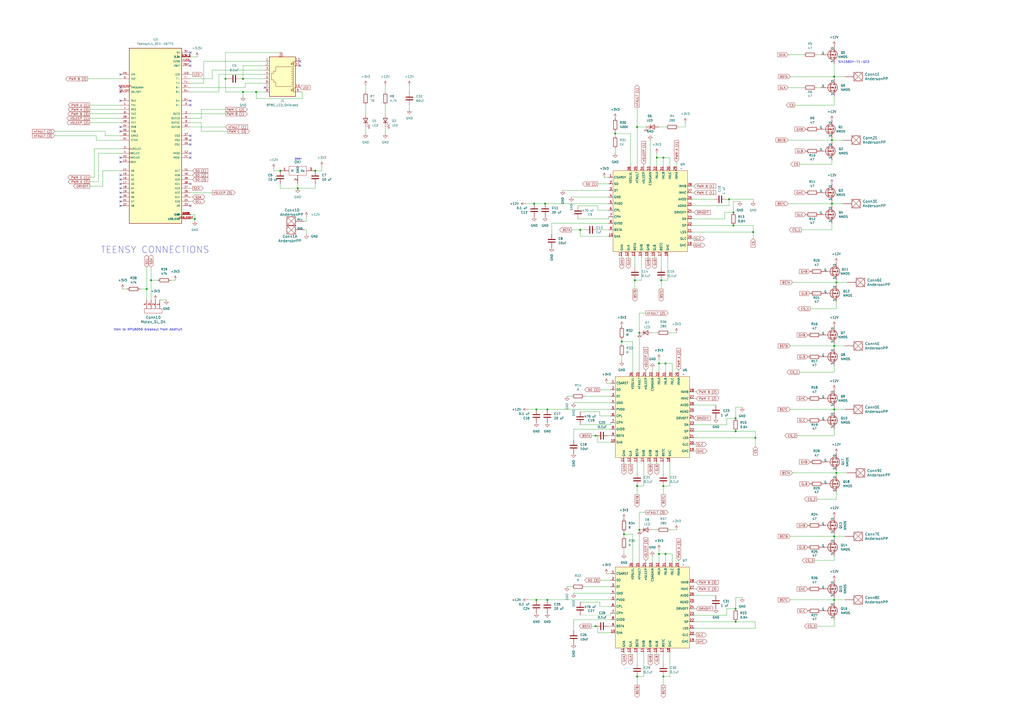
<source format=kicad_sch>
(kicad_sch (version 20231120) (generator "eeschema") (generator_version "8.0")
  (paper "A2")
  (junction (at 384.81 392.43))
  (junction (at 483.87 44.45))
  (junction (at 483.87 311.15))
  (junction (at 370.84 307.34))
  (junction (at 382.27 321.31))
  (junction (at 87.63 162.56))
  (junction (at 381 91.44))
  (junction (at 426.72 360.68))
  (junction (at 438.15 254))
  (junction (at 386.08 210.82))
  (junction (at 140.97 45.72))
  (junction (at 317.5 237.49))
  (junction (at 356.87 77.47))
  (junction (at 85.09 167.64))
  (junction (at 172.72 109.22))
  (junction (at 426.72 353.06))
  (junction (at 369.57 73.66))
  (junction (at 384.81 91.44))
  (junction (at 483.87 347.98))
  (junction (at 345.44 363.22))
  (junction (at 485.14 163.83))
  (junction (at 369.57 281.94))
  (junction (at 386.08 321.31))
  (junction (at 485.14 274.32))
  (junction (at 113.03 127))
  (junction (at 426.72 250.19))
  (junction (at 311.15 347.98))
  (junction (at 483.87 237.49))
  (junction (at 148.59 53.34))
  (junction (at 309.88 118.11))
  (junction (at 425.45 130.81))
  (junction (at 345.44 252.73))
  (junction (at 482.6 81.28))
  (junction (at 370.84 193.04))
  (junction (at 483.87 200.66))
  (junction (at 425.45 123.19))
  (junction (at 130.81 45.72))
  (junction (at 316.23 118.11))
  (junction (at 336.55 133.35))
  (junction (at 436.88 134.62))
  (junction (at 360.68 198.12))
  (junction (at 382.27 210.82))
  (junction (at 361.95 309.88))
  (junction (at 369.57 392.43))
  (junction (at 182.88 99.06))
  (junction (at 162.56 99.06))
  (junction (at 140.97 53.34))
  (junction (at 384.81 281.94))
  (junction (at 422.91 115.57))
  (junction (at 317.5 347.98))
  (junction (at 368.3 162.56))
  (junction (at 311.15 237.49))
  (junction (at 383.54 162.56))
  (junction (at 482.6 118.11))
  (junction (at 426.72 242.57))
  (no_connect (at 69.85 114.3))
  (no_connect (at 153.67 50.8))
  (no_connect (at 69.85 119.38))
  (no_connect (at 69.85 93.98))
  (no_connect (at 110.49 38.1))
  (no_connect (at 110.49 60.96))
  (no_connect (at 110.49 88.9))
  (no_connect (at 110.49 58.42))
  (no_connect (at 110.49 35.56))
  (no_connect (at 110.49 106.68))
  (no_connect (at 69.85 73.66))
  (no_connect (at 110.49 78.74))
  (no_connect (at 69.85 106.68))
  (no_connect (at 69.85 116.84))
  (no_connect (at 69.85 43.18))
  (no_connect (at 110.49 81.28))
  (no_connect (at 69.85 53.34))
  (no_connect (at 69.85 101.6))
  (no_connect (at 173.99 35.56))
  (no_connect (at 110.49 91.44))
  (no_connect (at 69.85 50.8))
  (no_connect (at 110.49 83.82))
  (no_connect (at 110.49 30.48))
  (no_connect (at 69.85 91.44))
  (no_connect (at 69.85 111.76))
  (no_connect (at 69.85 109.22))
  (no_connect (at 173.99 38.1))
  (no_connect (at 110.49 119.38))
  (no_connect (at 69.85 104.14))
  (no_connect (at 69.85 58.42))
  (no_connect (at 69.85 76.2))
  (wire (pts (xy 317.5 347.98) (xy 354.33 347.98)))
  (wire (pts (xy 473.71 31.75) (xy 476.25 31.75)))
  (wire (pts (xy 237.49 60.96) (xy 237.49 63.5)))
  (wire (pts (xy 60.96 78.74) (xy 60.96 76.2)))
  (wire (pts (xy 369.57 281.94) (xy 373.38 281.94)))
  (wire (pts (xy 361.95 309.88) (xy 361.95 311.15)))
  (wire (pts (xy 360.68 149.86) (xy 360.68 148.59)))
  (wire (pts (xy 87.63 162.56) (xy 91.44 162.56)))
  (wire (pts (xy 485.14 175.26) (xy 485.14 179.07)))
  (wire (pts (xy 369.57 281.94) (xy 369.57 287.02)))
  (wire (pts (xy 87.63 154.94) (xy 87.63 162.56)))
  (wire (pts (xy 393.7 214.63) (xy 393.7 215.9)))
  (wire (pts (xy 332.74 359.41) (xy 332.74 365.76)))
  (wire (pts (xy 116.84 63.5) (xy 116.84 68.58)))
  (wire (pts (xy 483.87 312.42) (xy 483.87 311.15)))
  (wire (pts (xy 370.84 181.61) (xy 370.84 193.04)))
  (wire (pts (xy 370.84 297.18) (xy 370.84 307.34)))
  (wire (pts (xy 317.5 237.49) (xy 354.33 237.49)))
  (wire (pts (xy 346.71 133.35) (xy 353.06 133.35)))
  (wire (pts (xy 110.49 71.12) (xy 116.84 71.12)))
  (wire (pts (xy 420.37 123.19) (xy 425.45 123.19)))
  (wire (pts (xy 368.3 162.56) (xy 368.3 167.64)))
  (wire (pts (xy 381 88.9) (xy 381 91.44)))
  (wire (pts (xy 403.86 231.14) (xy 402.59 231.14)))
  (wire (pts (xy 140.97 45.72) (xy 139.7 45.72)))
  (wire (pts (xy 438.15 364.49) (xy 438.15 360.68)))
  (wire (pts (xy 430.53 236.22) (xy 426.72 236.22)))
  (wire (pts (xy 306.07 237.49) (xy 311.15 237.49)))
  (wire (pts (xy 382.27 210.82) (xy 386.08 210.82)))
  (wire (pts (xy 158.75 97.79) (xy 158.75 99.06)))
  (wire (pts (xy 372.11 162.56) (xy 372.11 148.59)))
  (wire (pts (xy 388.62 281.94) (xy 384.81 281.94)))
  (wire (pts (xy 127 53.34) (xy 110.49 53.34)))
  (wire (pts (xy 422.91 115.57) (xy 436.88 115.57)))
  (wire (pts (xy 369.57 73.66) (xy 374.65 73.66)))
  (wire (pts (xy 388.62 378.46) (xy 388.62 392.43)))
  (wire (pts (xy 113.03 127) (xy 110.49 127)))
  (wire (pts (xy 361.95 379.73) (xy 361.95 378.46)))
  (wire (pts (xy 311.15 237.49) (xy 317.5 237.49)))
  (wire (pts (xy 403.86 257.81) (xy 402.59 257.81)))
  (wire (pts (xy 386.08 215.9) (xy 386.08 210.82)))
  (wire (pts (xy 316.23 118.11) (xy 353.06 118.11)))
  (wire (pts (xy 482.6 119.38) (xy 482.6 118.11)))
  (wire (pts (xy 365.76 77.47) (xy 356.87 77.47)))
  (wire (pts (xy 483.87 349.25) (xy 483.87 347.98)))
  (wire (pts (xy 393.7 325.12) (xy 393.7 326.39)))
  (wire (pts (xy 402.59 107.95) (xy 401.32 107.95)))
  (wire (pts (xy 320.04 129.54) (xy 320.04 135.89)))
  (wire (pts (xy 401.32 134.62) (xy 436.88 134.62)))
  (wire (pts (xy 482.6 118.11) (xy 482.6 116.84)))
  (wire (pts (xy 311.15 347.98) (xy 317.5 347.98)))
  (wire (pts (xy 397.51 71.12) (xy 397.51 73.66)))
  (wire (pts (xy 347.98 238.76) (xy 336.55 238.76)))
  (wire (pts (xy 389.89 326.39) (xy 389.89 321.31)))
  (wire (pts (xy 402.59 345.44) (xy 415.29 345.44)))
  (wire (pts (xy 52.07 63.5) (xy 69.85 63.5)))
  (wire (pts (xy 353.06 363.22) (xy 354.33 363.22)))
  (wire (pts (xy 457.2 50.8) (xy 466.09 50.8)))
  (wire (pts (xy 384.81 267.97) (xy 384.81 274.32)))
  (wire (pts (xy 140.97 55.88) (xy 140.97 53.34)))
  (wire (pts (xy 458.47 237.49) (xy 483.87 237.49)))
  (wire (pts (xy 387.35 148.59) (xy 387.35 162.56)))
  (wire (pts (xy 438.15 254) (xy 438.15 259.08)))
  (wire (pts (xy 339.09 340.36) (xy 354.33 340.36)))
  (wire (pts (xy 402.59 246.38) (xy 421.64 246.38)))
  (wire (pts (xy 373.38 281.94) (xy 373.38 267.97)))
  (wire (pts (xy 402.59 111.76) (xy 401.32 111.76)))
  (wire (pts (xy 458.47 200.66) (xy 483.87 200.66)))
  (wire (pts (xy 402.59 360.68) (xy 426.72 360.68)))
  (wire (pts (xy 116.84 71.12) (xy 116.84 76.2)))
  (wire (pts (xy 353.06 121.92) (xy 346.71 121.92)))
  (wire (pts (xy 388.62 307.34) (xy 392.43 307.34)))
  (wire (pts (xy 140.97 53.34) (xy 148.59 53.34)))
  (wire (pts (xy 483.87 212.09) (xy 483.87 215.9)))
  (wire (pts (xy 111.76 109.22) (xy 110.49 109.22)))
  (wire (pts (xy 483.87 347.98) (xy 483.87 346.71)))
  (wire (pts (xy 85.09 154.94) (xy 85.09 167.64)))
  (wire (pts (xy 374.65 214.63) (xy 374.65 215.9)))
  (wire (pts (xy 382.27 208.28) (xy 382.27 210.82)))
  (wire (pts (xy 148.59 53.34) (xy 153.67 53.34)))
  (wire (pts (xy 388.62 267.97) (xy 388.62 281.94)))
  (wire (pts (xy 354.33 351.79) (xy 347.98 351.79)))
  (wire (pts (xy 353.06 252.73) (xy 354.33 252.73)))
  (wire (pts (xy 393.7 73.66) (xy 397.51 73.66)))
  (wire (pts (xy 426.72 346.71) (xy 426.72 353.06)))
  (wire (pts (xy 130.81 66.04) (xy 110.49 66.04)))
  (wire (pts (xy 485.14 163.83) (xy 491.49 163.83)))
  (wire (pts (xy 153.67 40.64) (xy 123.19 40.64)))
  (wire (pts (xy 332.74 248.92) (xy 354.33 248.92)))
  (wire (pts (xy 31.75 76.2) (xy 60.96 76.2)))
  (wire (pts (xy 223.52 73.66) (xy 223.52 77.47)))
  (wire (pts (xy 421.64 115.57) (xy 422.91 115.57)))
  (wire (pts (xy 485.14 165.1) (xy 485.14 163.83)))
  (wire (pts (xy 347.98 241.3) (xy 347.98 238.76)))
  (wire (pts (xy 130.81 45.72) (xy 130.81 53.34)))
  (wire (pts (xy 345.44 252.73) (xy 346.71 252.73)))
  (wire (pts (xy 458.47 347.98) (xy 483.87 347.98)))
  (wire (pts (xy 401.32 119.38) (xy 422.91 119.38)))
  (wire (pts (xy 361.95 318.77) (xy 361.95 321.31)))
  (wire (pts (xy 186.69 96.52) (xy 186.69 99.06)))
  (wire (pts (xy 346.71 119.38) (xy 335.28 119.38)))
  (wire (pts (xy 382.27 321.31) (xy 382.27 326.39)))
  (wire (pts (xy 331.47 133.35) (xy 336.55 133.35)))
  (wire (pts (xy 403.86 227.33) (xy 402.59 227.33)))
  (wire (pts (xy 403.86 353.06) (xy 402.59 353.06)))
  (wire (pts (xy 367.03 215.9) (xy 367.03 198.12)))
  (wire (pts (xy 365.76 379.73) (xy 365.76 378.46)))
  (wire (pts (xy 177.8 128.27) (xy 176.53 128.27)))
  (wire (pts (xy 365.76 96.52) (xy 365.76 77.47)))
  (wire (pts (xy 336.55 356.87) (xy 354.33 356.87)) (stroke (width 0.0025)))
  (wire (pts (xy 368.3 148.59) (xy 368.3 154.94)))
  (wire (pts (xy 369.57 392.43) (xy 373.38 392.43)))
  (wire (pts (xy 425.45 116.84) (xy 425.45 123.19)))
  (wire (pts (xy 111.76 116.84) (xy 110.49 116.84)))
  (wire (pts (xy 361.95 308.61) (xy 361.95 309.88)))
  (wire (pts (xy 57.15 105.41) (xy 57.15 88.9)))
  (wire (pts (xy 381 91.44) (xy 384.81 91.44)))
  (wire (pts (xy 483.87 311.15) (xy 490.22 311.15)))
  (wire (pts (xy 386.08 326.39) (xy 386.08 321.31)))
  (wire (pts (xy 369.57 267.97) (xy 369.57 274.32)))
  (wire (pts (xy 482.6 81.28) (xy 482.6 80.01)))
  (wire (pts (xy 430.53 346.71) (xy 426.72 346.71)))
  (wire (pts (xy 426.72 360.68) (xy 438.15 360.68)))
  (wire (pts (xy 346.71 256.54) (xy 346.71 252.73)))
  (wire (pts (xy 237.49 49.53) (xy 237.49 53.34)))
  (wire (pts (xy 403.86 341.63) (xy 402.59 341.63)))
  (wire (pts (xy 123.19 40.64) (xy 123.19 45.72)))
  (wire (pts (xy 52.07 68.58) (xy 69.85 68.58)))
  (wire (pts (xy 162.56 109.22) (xy 162.56 106.68)))
  (wire (pts (xy 483.87 237.49) (xy 490.22 237.49)))
  (wire (pts (xy 436.88 134.62) (xy 436.88 130.81)))
  (wire (pts (xy 142.24 48.26) (xy 153.67 48.26)))
  (wire (pts (xy 429.26 116.84) (xy 425.45 116.84)))
  (wire (pts (xy 50.8 45.72) (xy 69.85 45.72)))
  (wire (pts (xy 483.87 200.66) (xy 490.22 200.66)))
  (wire (pts (xy 403.86 372.11) (xy 402.59 372.11)))
  (wire (pts (xy 388.62 96.52) (xy 388.62 91.44)))
  (wire (pts (xy 384.81 281.94) (xy 384.81 287.02)))
  (wire (pts (xy 328.93 229.87) (xy 331.47 229.87)))
  (wire (pts (xy 402.59 356.87) (xy 421.64 356.87)))
  (wire (pts (xy 110.49 73.66) (xy 130.81 73.66)))
  (wire (pts (xy 382.27 321.31) (xy 386.08 321.31)))
  (wire (pts (xy 365.76 269.24) (xy 365.76 267.97)))
  (wire (pts (xy 110.49 48.26) (xy 118.11 48.26)))
  (wire (pts (xy 483.87 248.92) (xy 483.87 252.73)))
  (wire (pts (xy 332.74 248.92) (xy 332.74 255.27)))
  (wire (pts (xy 402.59 364.49) (xy 438.15 364.49)))
  (wire (pts (xy 458.47 311.15) (xy 483.87 311.15)))
  (wire (pts (xy 328.93 340.36) (xy 331.47 340.36)))
  (wire (pts (xy 52.07 66.04) (xy 69.85 66.04)))
  (wire (pts (xy 387.35 162.56) (xy 383.54 162.56)))
  (wire (pts (xy 346.71 367.03) (xy 346.71 363.22)))
  (wire (pts (xy 401.32 130.81) (xy 425.45 130.81)))
  (wire (pts (xy 401.32 115.57) (xy 414.02 115.57)))
  (wire (pts (xy 110.49 111.76) (xy 123.19 111.76)))
  (wire (pts (xy 111.76 43.18) (xy 110.49 43.18)))
  (wire (pts (xy 378.46 307.34) (xy 381 307.34)))
  (wire (pts (xy 386.08 73.66) (xy 382.27 73.66)))
  (wire (pts (xy 52.07 105.41) (xy 57.15 105.41)))
  (wire (pts (xy 173.99 53.34) (xy 175.26 53.34)))
  (wire (pts (xy 378.46 213.36) (xy 378.46 215.9)))
  (wire (pts (xy 54.61 102.87) (xy 52.07 102.87)))
  (wire (pts (xy 374.65 181.61) (xy 370.84 181.61)))
  (wire (pts (xy 182.88 109.22) (xy 182.88 106.68)))
  (wire (pts (xy 354.33 245.11) (xy 354.33 246.38)))
  (wire (pts (xy 52.07 107.95) (xy 59.69 107.95)))
  (wire (pts (xy 163.83 30.48) (xy 130.81 30.48)))
  (wire (pts (xy 421.64 356.87) (xy 421.64 353.06)))
  (wire (pts (xy 370.84 307.34) (xy 370.84 326.39)))
  (wire (pts (xy 353.06 137.16) (xy 336.55 137.16)))
  (wire (pts (xy 384.81 96.52) (xy 384.81 91.44)))
  (wire (pts (xy 347.98 351.79) (xy 347.98 349.25)))
  (wire (pts (xy 130.81 45.72) (xy 132.08 45.72)))
  (wire (pts (xy 436.88 115.57) (xy 436.88 116.84)))
  (wire (pts (xy 336.55 246.38) (xy 354.33 246.38)))
  (wire (pts (xy 457.2 31.75) (xy 466.09 31.75)))
  (wire (pts (xy 111.76 99.06) (xy 110.49 99.06)))
  (wire (pts (xy 87.63 162.56) (xy 87.63 173.99)))
  (wire (pts (xy 113.03 124.46) (xy 113.03 127)))
  (wire (pts (xy 386.08 321.31) (xy 389.89 321.31)))
  (wire (pts (xy 345.44 363.22) (xy 346.71 363.22)))
  (wire (pts (xy 436.88 134.62) (xy 436.88 138.43)))
  (wire (pts (xy 176.53 133.35) (xy 177.8 133.35)))
  (wire (pts (xy 57.15 88.9) (xy 69.85 88.9)))
  (wire (pts (xy 336.55 137.16) (xy 336.55 133.35)))
  (wire (pts (xy 52.07 60.96) (xy 69.85 60.96)))
  (wire (pts (xy 54.61 86.36) (xy 54.61 102.87)))
  (wire (pts (xy 118.11 35.56) (xy 153.67 35.56)))
  (wire (pts (xy 364.49 149.86) (xy 364.49 148.59)))
  (wire (pts (xy 148.59 57.15) (xy 148.59 53.34)))
  (wire (pts (xy 368.3 162.56) (xy 372.11 162.56)))
  (wire (pts (xy 347.98 226.06) (xy 354.33 226.06)))
  (wire (pts (xy 356.87 77.47) (xy 356.87 78.74)))
  (wire (pts (xy 381 379.73) (xy 381 378.46)))
  (wire (pts (xy 332.74 344.17) (xy 354.33 344.17)))
  (wire (pts (xy 485.14 274.32) (xy 485.14 273.05)))
  (wire (pts (xy 99.06 162.56) (xy 101.6 162.56)))
  (wire (pts (xy 342.9 252.73) (xy 345.44 252.73)))
  (wire (pts (xy 459.74 163.83) (xy 485.14 163.83)))
  (wire (pts (xy 384.81 378.46) (xy 384.81 384.81)))
  (wire (pts (xy 384.81 392.43) (xy 384.81 397.51)))
  (wire (pts (xy 426.72 236.22) (xy 426.72 242.57)))
  (wire (pts (xy 483.87 363.22) (xy 483.87 359.41)))
  (wire (pts (xy 367.03 309.88) (xy 361.95 309.88)))
  (wire (pts (xy 177.8 133.35) (xy 177.8 135.89)))
  (wire (pts (xy 473.71 363.22) (xy 483.87 363.22)))
  (wire (pts (xy 304.8 118.11) (xy 309.88 118.11)))
  (wire (pts (xy 116.84 68.58) (xy 110.49 68.58)))
  (wire (pts (xy 153.67 45.72) (xy 140.97 45.72)))
  (wire (pts (xy 153.67 38.1) (xy 140.97 38.1)))
  (wire (pts (xy 69.85 78.74) (xy 60.96 78.74)))
  (wire (pts (xy 347.98 336.55) (xy 354.33 336.55)))
  (wire (pts (xy 71.12 167.64) (xy 73.66 167.64)))
  (wire (pts (xy 483.87 44.45) (xy 483.87 36.83)))
  (wire (pts (xy 382.27 210.82) (xy 382.27 215.9)))
  (wire (pts (xy 346.71 106.68) (xy 353.06 106.68)))
  (wire (pts (xy 331.47 114.3) (xy 353.06 114.3)))
  (wire (pts (xy 377.19 379.73) (xy 377.19 378.46)))
  (wire (pts (xy 69.85 86.36) (xy 54.61 86.36)))
  (wire (pts (xy 402.59 142.24) (xy 401.32 142.24)))
  (wire (pts (xy 483.87 45.72) (xy 483.87 44.45)))
  (wire (pts (xy 127 43.18) (xy 153.67 43.18)))
  (wire (pts (xy 130.81 63.5) (xy 116.84 63.5)))
  (wire (pts (xy 320.04 129.54) (xy 353.06 129.54)))
  (wire (pts (xy 482.6 133.35) (xy 464.82 133.35)))
  (wire (pts (xy 172.72 109.22) (xy 182.88 109.22)))
  (wire (pts (xy 473.71 50.8) (xy 476.25 50.8)))
  (wire (pts (xy 402.59 138.43) (xy 401.32 138.43)))
  (wire (pts (xy 377.19 269.24) (xy 377.19 267.97)))
  (wire (pts (xy 142.24 50.8) (xy 142.24 48.26)))
  (wire (pts (xy 55.88 81.28) (xy 55.88 78.74)))
  (wire (pts (xy 306.07 347.98) (xy 311.15 347.98)))
  (wire (pts (xy 377.19 81.28) (xy 377.19 96.52)))
  (wire (pts (xy 360.68 207.01) (xy 360.68 209.55)))
  (wire (pts (xy 403.86 261.62) (xy 402.59 261.62)))
  (wire (pts (xy 438.15 254) (xy 438.15 250.19)))
  (wire (pts (xy 379.73 149.86) (xy 379.73 148.59)))
  (wire (pts (xy 175.26 57.15) (xy 148.59 57.15)))
  (wire (pts (xy 342.9 363.22) (xy 345.44 363.22)))
  (wire (pts (xy 421.64 246.38) (xy 421.64 242.57)))
  (wire (pts (xy 389.89 215.9) (xy 389.89 210.82)))
  (wire (pts (xy 356.87 86.36) (xy 356.87 88.9)))
  (wire (pts (xy 111.76 114.3) (xy 110.49 114.3)))
  (wire (pts (xy 223.52 49.53) (xy 223.52 53.34)))
  (wire (pts (xy 401.32 127) (xy 420.37 127)))
  (wire (pts (xy 458.47 44.45) (xy 483.87 44.45)))
  (wire (pts (xy 59.69 99.06) (xy 69.85 99.06)))
  (wire (pts (xy 382.27 318.77) (xy 382.27 321.31)))
  (wire (pts (xy 81.28 167.64) (xy 85.09 167.64)))
  (wire (pts (xy 383.54 148.59) (xy 383.54 154.94)))
  (wire (pts (xy 113.03 128.27) (xy 113.03 127)))
  (wire (pts (xy 482.6 95.25) (xy 463.55 95.25)))
  (wire (pts (xy 223.52 60.96) (xy 223.52 66.04)))
  (wire (pts (xy 402.59 234.95) (xy 415.29 234.95)))
  (wire (pts (xy 353.06 125.73) (xy 353.06 127)))
  (wire (pts (xy 485.14 275.59) (xy 485.14 274.32)))
  (wire (pts (xy 110.49 124.46) (xy 113.03 124.46)))
  (wire (pts (xy 110.49 50.8) (xy 142.24 50.8)))
  (wire (pts (xy 378.46 322.58) (xy 378.46 326.39)))
  (wire (pts (xy 360.68 196.85) (xy 360.68 198.12)))
  (wire (pts (xy 326.39 110.49) (xy 353.06 110.49)))
  (wire (pts (xy 383.54 162.56) (xy 383.54 167.64)))
  (wire (pts (xy 52.07 71.12) (xy 69.85 71.12)))
  (wire (pts (xy 483.87 347.98) (xy 490.22 347.98)))
  (wire (pts (xy 378.46 193.04) (xy 381 193.04)))
  (wire (pts (xy 354.33 241.3) (xy 347.98 241.3)))
  (wire (pts (xy 367.03 198.12) (xy 360.68 198.12)))
  (wire (pts (xy 482.6 92.71) (xy 482.6 95.25)))
  (wire (pts (xy 483.87 60.96) (xy 483.87 55.88)))
  (wire (pts (xy 367.03 326.39) (xy 367.03 309.88)))
  (wire (pts (xy 31.75 78.74) (xy 55.88 78.74)))
  (wire (pts (xy 422.91 115.57) (xy 422.91 119.38)))
  (wire (pts (xy 457.2 81.28) (xy 482.6 81.28)))
  (wire (pts (xy 483.87 311.15) (xy 483.87 309.88)))
  (wire (pts (xy 483.87 200.66) (xy 483.87 199.39)))
  (wire (pts (xy 309.88 118.11) (xy 316.23 118.11)))
  (wire (pts (xy 158.75 99.06) (xy 162.56 99.06)))
  (wire (pts (xy 351.79 332.74) (xy 354.33 332.74)))
  (wire (pts (xy 172.72 109.22) (xy 172.72 106.68)))
  (wire (pts (xy 402.59 250.19) (xy 426.72 250.19)))
  (wire (pts (xy 177.8 125.73) (xy 177.8 128.27)))
  (wire (pts (xy 374.65 297.18) (xy 370.84 297.18)))
  (wire (pts (xy 482.6 129.54) (xy 482.6 133.35)))
  (wire (pts (xy 369.57 73.66) (xy 369.57 96.52)))
  (wire (pts (xy 420.37 127) (xy 420.37 123.19)))
  (wire (pts (xy 111.76 104.14) (xy 110.49 104.14)))
  (wire (pts (xy 369.57 378.46) (xy 369.57 384.81)))
  (wire (pts (xy 336.55 133.35) (xy 339.09 133.35)))
  (wire (pts (xy 59.69 107.95) (xy 59.69 99.06)))
  (wire (pts (xy 332.74 233.68) (xy 354.33 233.68)))
  (wire (pts (xy 162.56 109.22) (xy 172.72 109.22)))
  (wire (pts (xy 370.84 193.04) (xy 370.84 215.9)))
  (wire (pts (xy 346.71 121.92) (xy 346.71 119.38)))
  (wire (pts (xy 483.87 215.9) (xy 463.55 215.9)))
  (wire (pts (xy 369.57 62.23) (xy 369.57 73.66)))
  (wire (pts (xy 92.71 173.99) (xy 96.52 173.99)))
  (wire (pts (xy 392.43 93.98) (xy 392.43 96.52)))
  (wire (pts (xy 373.38 95.25) (xy 373.38 96.52)))
  (wire (pts (xy 459.74 274.32) (xy 485.14 274.32)))
  (wire (pts (xy 110.49 45.72) (xy 123.19 45.72)))
  (wire (pts (xy 483.87 322.58) (xy 483.87 325.12)))
  (wire (pts (xy 127 43.18) (xy 127 53.34)))
  (wire (pts (xy 421.64 242.57) (xy 426.72 242.57)))
  (wire (pts (xy 384.81 91.44) (xy 388.62 91.44)))
  (wire (pts (xy 403.86 337.82) (xy 402.59 337.82)))
  (wire (pts (xy 426.72 250.19) (xy 438.15 250.19)))
  (wire (pts (xy 332.74 359.41) (xy 354.33 359.41)))
  (wire (pts (xy 482.6 82.55) (xy 482.6 81.28)))
  (wire (pts (xy 111.76 101.6) (xy 110.49 101.6)))
  (wire (pts (xy 140.97 38.1) (xy 140.97 45.72)))
  (wire (pts (xy 356.87 76.2) (xy 356.87 77.47)))
  (wire (pts (xy 388.62 193.04) (xy 392.43 193.04)))
  (wire (pts (xy 482.6 118.11) (xy 488.95 118.11)))
  (wire (pts (xy 182.88 99.06) (xy 186.69 99.06)))
  (wire (pts (xy 360.68 198.12) (xy 360.68 199.39)))
  (wire (pts (xy 175.26 53.34) (xy 175.26 57.15)))
  (wire (pts (xy 130.81 30.48) (xy 130.81 45.72)))
  (wire (pts (xy 402.59 254) (xy 438.15 254)))
  (wire (pts (xy 369.57 392.43) (xy 369.57 397.51)))
  (wire (pts (xy 381 269.24) (xy 381 267.97)))
  (wire (pts (xy 347.98 349.25) (xy 336.55 349.25)))
  (wire (pts (xy 354.33 367.03) (xy 346.71 367.03)))
  (wire (pts (xy 116.84 76.2) (xy 132.08 76.2)))
  (wire (pts (xy 386.08 210.82) (xy 389.89 210.82)))
  (wire (pts (xy 485.14 179.07) (xy 469.9 179.07)))
  (wire (pts (xy 373.38 392.43) (xy 373.38 378.46)))
  (wire (pts (xy 85.09 167.64) (xy 85.09 173.99)))
  (wire (pts (xy 482.6 81.28) (xy 488.95 81.28)))
  (wire (pts (xy 483.87 44.45) (xy 490.22 44.45)))
  (wire (pts (xy 388.62 392.43) (xy 384.81 392.43)))
  (wire (pts (xy 130.81 53.34) (xy 140.97 53.34)))
  (wire (pts (xy 212.09 73.66) (xy 212.09 77.47)))
  (wire (pts (xy 457.2 118.11) (xy 482.6 118.11)))
  (wire (pts (xy 118.11 48.26) (xy 118.11 35.56)))
  (wire (pts (xy 485.14 285.75) (xy 485.14 289.56)))
  (wire (pts (xy 212.09 49.53) (xy 212.09 53.34)))
  (wire (pts (xy 339.09 229.87) (xy 354.33 229.87)))
  (wire (pts (xy 483.87 201.93) (xy 483.87 200.66)))
  (wire (pts (xy 354.33 256.54) (xy 346.71 256.54)))
  (wire (pts (xy 403.86 368.3) (xy 402.59 368.3)))
  (wire (pts (xy 375.92 149.86) (xy 375.92 148.59)))
  (wire (pts (xy 69.85 81.28) (xy 55.88 81.28)))
  (wire (pts (xy 354.33 355.6) (xy 354.33 356.87)))
  (wire (pts (xy 110.49 33.02) (xy 114.3 33.02)))
  (wire (pts (xy 483.87 238.76) (xy 483.87 237.49)))
  (wire (pts (xy 485.14 163.83) (xy 485.14 162.56)))
  (wire (pts (xy 350.52 102.87) (xy 353.06 102.87)))
  (wire (pts (xy 361.95 269.24) (xy 361.95 267.97)))
  (wire (pts (xy 483.87 252.73) (xy 462.28 252.73)))
  (wire (pts (xy 485.14 274.32) (xy 491.49 274.32)))
  (wire (pts (xy 425.45 130.81) (xy 436.88 130.81)))
  (wire (pts (xy 402.59 123.19) (xy 401.32 123.19)))
  (wire (pts (xy 374.65 325.12) (xy 374.65 326.39)))
  (wire (pts (xy 381 91.44) (xy 381 96.52)))
  (wire (pts (xy 421.64 353.06) (xy 426.72 353.06)))
  (wire (pts (xy 485.14 289.56) (xy 473.71 289.56)))
  (wire (pts (xy 212.09 60.96) (xy 212.09 66.04)))
  (wire (pts (xy 483.87 325.12) (xy 472.44 325.12)))
  (wire (pts (xy 483.87 237.49) (xy 483.87 236.22)))
  (wire (pts (xy 335.28 127) (xy 353.06 127)))
  (wire (pts (xy 351.79 222.25) (xy 354.33 222.25)))
  (wire (pts (xy 461.01 60.96) (xy 483.87 60.96)))
  (text "deer" (at 172.974 92.202 0) (effects (font (size 1.27 1.27))))
  (text "TEENSY CONNECTIONS" (at 89.916 145.034 0) (effects (font (size 3.81 3.81))))
  (text "then to MPU6050 breakout from Adafruit" (at 85.852 191.262 0) (effects (font (size 1.27 1.27))))
  (text "SI4156DY-T1-GE3" (at 495.3 36.068 0) (effects (font (size 1.27 1.27))))
  (global_label "BSTB" (shape input) (at 458.47 200.66 180) (property "Intersheetrefs" "${INTERSHEET_REFS}" (effects (hide yes))))
  (global_label "SO (1)" (shape output) (at 346.71 106.68 180) (property "Intersheetrefs" "${INTERSHEET_REFS}" (effects (hide yes))))
  (global_label "GHB" (shape output) (at 375.92 149.86 270) (property "Intersheetrefs" "${INTERSHEET_REFS}" (effects (hide yes))))
  (global_label "nSLEEP (2)" (shape output) (at 52.07 71.12 180) (property "Intersheetrefs" "${INTERSHEET_REFS}" (effects (hide yes))))
  (global_label "nSLEEP (3)" (shape output) (at 123.19 111.76 0) (property "Intersheetrefs" "${INTERSHEET_REFS}" (effects (hide yes))))
  (global_label "GLB" (shape input) (at 468.63 207.01 180) (property "Intersheetrefs" "${INTERSHEET_REFS}" (effects (hide yes))))
  (global_label "SO (2)" (shape output) (at 347.98 226.06 180) (property "Intersheetrefs" "${INTERSHEET_REFS}" (effects (hide yes))))
  (global_label "CS" (shape output) (at 463.55 95.25 180) (property "Intersheetrefs" "${INTERSHEET_REFS}" (effects (hide yes))))
  (global_label "nFAULT (2)" (shape output) (at 374.65 181.61 0) (property "Intersheetrefs" "${INTERSHEET_REFS}" (effects (hide yes))))
  (global_label "nFAULT (1)" (shape input) (at 130.81 73.66 0) (property "Intersheetrefs" "${INTERSHEET_REFS}" (effects (hide yes))))
  (global_label "LED" (shape output) (at 111.76 43.18 0) (property "Intersheetrefs" "${INTERSHEET_REFS}" (effects (hide yes))))
  (global_label "PWM A (3)" (shape output) (at 52.07 63.5 180) (property "Intersheetrefs" "${INTERSHEET_REFS}" (effects (hide yes))))
  (global_label "GHA" (shape input) (at 457.2 31.75 180) (property "Intersheetrefs" "${INTERSHEET_REFS}" (effects (hide yes))))
  (global_label "PWM A (2)" (shape input) (at 393.7 214.63 90) (property "Intersheetrefs" "${INTERSHEET_REFS}" (effects (hide yes))))
  (global_label "CS_1" (shape output) (at 469.9 179.07 180) (property "Intersheetrefs" "${INTERSHEET_REFS}" (effects (hide yes))))
  (global_label "BSTC" (shape input) (at 458.47 347.98 180) (property "Intersheetrefs" "${INTERSHEET_REFS}" (effects (hide yes))))
  (global_label "PWM C (3)" (shape input) (at 403.86 341.63 0) (property "Intersheetrefs" "${INTERSHEET_REFS}" (effects (hide yes))))
  (global_label "LED" (shape input) (at 173.99 50.8 0) (property "Intersheetrefs" "${INTERSHEET_REFS}" (effects (hide yes))))
  (global_label "CS" (shape output) (at 461.01 60.96 180) (property "Intersheetrefs" "${INTERSHEET_REFS}" (effects (hide yes))))
  (global_label "CS_2" (shape output) (at 473.71 289.56 180) (property "Intersheetrefs" "${INTERSHEET_REFS}" (effects (hide yes))))
  (global_label "BSTA" (shape input) (at 459.74 274.32 180) (property "Intersheetrefs" "${INTERSHEET_REFS}" (effects (hide yes))))
  (global_label "PWM C (2)" (shape input) (at 403.86 231.14 0) (property "Intersheetrefs" "${INTERSHEET_REFS}" (effects (hide yes))))
  (global_label "DRVOFF" (shape output) (at 52.07 107.95 180) (property "Intersheetrefs" "${INTERSHEET_REFS}" (effects (hide yes))))
  (global_label "GLB" (shape input) (at 469.9 280.67 180) (property "Intersheetrefs" "${INTERSHEET_REFS}" (effects (hide yes))))
  (global_label "GLB" (shape input) (at 467.36 87.63 180) (property "Intersheetrefs" "${INTERSHEET_REFS}" (effects (hide yes))))
  (global_label "SO (1)" (shape input) (at 111.76 99.06 0) (property "Intersheetrefs" "${INTERSHEET_REFS}" (effects (hide yes))))
  (global_label "SO (3)" (shape output) (at 347.98 336.55 180) (property "Intersheetrefs" "${INTERSHEET_REFS}" (effects (hide yes))))
  (global_label "GLC" (shape output) (at 402.59 138.43 0) (property "Intersheetrefs" "${INTERSHEET_REFS}" (effects (hide yes))))
  (global_label "SCL" (shape bidirectional) (at 111.76 116.84 0) (property "Intersheetrefs" "${INTERSHEET_REFS}" (effects (hide yes))))
  (global_label "PWM C (1)" (shape input) (at 402.59 111.76 0) (property "Intersheetrefs" "${INTERSHEET_REFS}" (effects (hide yes))))
  (global_label "GHB" (shape input) (at 469.9 267.97 180) (property "Intersheetrefs" "${INTERSHEET_REFS}" (effects (hide yes))))
  (global_label "CS" (shape input) (at 436.88 138.43 270) (property "Intersheetrefs" "${INTERSHEET_REFS}" (effects (hide yes))))
  (global_label "GHC" (shape input) (at 468.63 231.14 180) (property "Intersheetrefs" "${INTERSHEET_REFS}" (effects (hide yes))))
  (global_label "BSTC" (shape output) (at 384.81 287.02 270) (property "Intersheetrefs" "${INTERSHEET_REFS}" (effects (hide yes))))
  (global_label "DRVOFF" (shape input) (at 403.86 353.06 0) (property "Intersheetrefs" "${INTERSHEET_REFS}" (effects (hide yes))))
  (global_label "BSTA" (shape output) (at 342.9 252.73 180) (property "Intersheetrefs" "${INTERSHEET_REFS}" (effects (hide yes))))
  (global_label "nSLEEP (3)" (shape input) (at 374.65 325.12 90) (property "Intersheetrefs" "${INTERSHEET_REFS}" (effects (hide yes))))
  (global_label "PWM B (3)" (shape output) (at 52.07 66.04 180) (property "Intersheetrefs" "${INTERSHEET_REFS}" (effects (hide yes))))
  (global_label "PWM B (3)" (shape input) (at 403.86 337.82 0) (property "Intersheetrefs" "${INTERSHEET_REFS}" (effects (hide yes))))
  (global_label "GHC" (shape input) (at 467.36 111.76 180) (property "Intersheetrefs" "${INTERSHEET_REFS}" (effects (hide yes))))
  (global_label "nSLEEP (1)" (shape output) (at 52.07 68.58 180) (property "Intersheetrefs" "${INTERSHEET_REFS}" (effects (hide yes))))
  (global_label "GHB" (shape output) (at 377.19 379.73 270) (property "Intersheetrefs" "${INTERSHEET_REFS}" (effects (hide yes))))
  (global_label "nFAULT (3)" (shape input) (at 31.75 78.74 180) (property "Intersheetrefs" "${INTERSHEET_REFS}" (effects (hide yes))))
  (global_label "GHC" (shape output) (at 403.86 372.11 0) (property "Intersheetrefs" "${INTERSHEET_REFS}" (effects (hide yes))))
  (global_label "SCK" (shape output) (at 111.76 109.22 0) (property "Intersheetrefs" "${INTERSHEET_REFS}" (effects (hide yes))))
  (global_label "PWM A (1)" (shape output) (at 52.07 60.96 180) (property "Intersheetrefs" "${INTERSHEET_REFS}" (effects (hide yes))))
  (global_label "GLA" (shape input) (at 457.2 50.8 180) (property "Intersheetrefs" "${INTERSHEET_REFS}" (effects (hide yes))))
  (global_label "BSTB" (shape output) (at 369.57 287.02 270) (property "Intersheetrefs" "${INTERSHEET_REFS}" (effects (hide yes))))
  (global_label "GLC" (shape output) (at 403.86 368.3 0) (property "Intersheetrefs" "${INTERSHEET_REFS}" (effects (hide yes))))
  (global_label "BSTA" (shape output) (at 342.9 363.22 180) (property "Intersheetrefs" "${INTERSHEET_REFS}" (effects (hide yes))))
  (global_label "PWM B (1)" (shape input) (at 402.59 107.95 0) (property "Intersheetrefs" "${INTERSHEET_REFS}" (effects (hide yes))))
  (global_label "CS_3" (shape output) (at 472.44 325.12 180) (property "Intersheetrefs" "${INTERSHEET_REFS}" (effects (hide yes))))
  (global_label "SDA" (shape bidirectional) (at 87.63 154.94 90) (property "Intersheetrefs" "${INTERSHEET_REFS}" (effects (hide yes))))
  (global_label "PWM B (1)" (shape output) (at 130.81 66.04 0) (property "Intersheetrefs" "${INTERSHEET_REFS}" (effects (hide yes))))
  (global_label "CS" (shape input) (at 438.15 259.08 270) (property "Intersheetrefs" "${INTERSHEET_REFS}" (effects (hide yes))))
  (global_label "BSTA" (shape output) (at 331.47 133.35 180) (property "Intersheetrefs" "${INTERSHEET_REFS}" (effects (hide yes))))
  (global_label "BSTC" (shape output) (at 384.81 397.51 270) (property "Intersheetrefs" "${INTERSHEET_REFS}" (effects (hide yes))))
  (global_label "PWM B (2)" (shape input) (at 403.86 227.33 0) (property "Intersheetrefs" "${INTERSHEET_REFS}" (effects (hide yes))))
  (global_label "BSTA" (shape input) (at 458.47 44.45 180) (property "Intersheetrefs" "${INTERSHEET_REFS}" (effects (hide yes))))
  (global_label "BSTA" (shape input) (at 459.74 163.83 180) (property "Intersheetrefs" "${INTERSHEET_REFS}" (effects (hide yes))))
  (global_label "SDA" (shape bidirectional) (at 111.76 114.3 0) (property "Intersheetrefs" "${INTERSHEET_REFS}" (effects (hide yes))))
  (global_label "PWM C (2)" (shape output) (at 130.81 63.5 0) (property "Intersheetrefs" "${INTERSHEET_REFS}" (effects (hide yes))))
  (global_label "DRVOFF" (shape input) (at 402.59 242.57 0) (property "Intersheetrefs" "${INTERSHEET_REFS}" (effects (hide yes))))
  (global_label "GLA" (shape output) (at 364.49 149.86 270) (property "Intersheetrefs" "${INTERSHEET_REFS}" (effects (hide yes))))
  (global_label "BSTC" (shape input) (at 457.2 118.11 180) (property "Intersheetrefs" "${INTERSHEET_REFS}" (effects (hide yes))))
  (global_label "DRVOFF" (shape input) (at 402.59 123.19 0) (property "Intersheetrefs" "${INTERSHEET_REFS}" (effects (hide yes))))
  (global_label "GHB" (shape output) (at 377.19 269.24 270) (property "Intersheetrefs" "${INTERSHEET_REFS}" (effects (hide yes))))
  (global_label "GLC" (shape input) (at 468.63 243.84 180) (property "Intersheetrefs" "${INTERSHEET_REFS}" (effects (hide yes))))
  (global_label "PWM B (2)" (shape output) (at 50.8 45.72 180) (property "Intersheetrefs" "${INTERSHEET_REFS}" (effects (hide yes))))
  (global_label "GHC" (shape output) (at 402.59 142.24 0) (property "Intersheetrefs" "${INTERSHEET_REFS}" (effects (hide yes))))
  (global_label "GLB" (shape input) (at 469.9 170.18 180) (property "Intersheetrefs" "${INTERSHEET_REFS}" (effects (hide yes))))
  (global_label "PWM A (3)" (shape input) (at 393.7 325.12 90) (property "Intersheetrefs" "${INTERSHEET_REFS}" (effects (hide yes))))
  (global_label "GHC" (shape output) (at 403.86 261.62 0) (property "Intersheetrefs" "${INTERSHEET_REFS}" (effects (hide yes))))
  (global_label "GHA" (shape output) (at 361.95 269.24 270) (property "Intersheetrefs" "${INTERSHEET_REFS}" (effects (hide yes))))
  (global_label "SCL" (shape bidirectional) (at 85.09 154.94 90) (property "Intersheetrefs" "${INTERSHEET_REFS}" (effects (hide yes))))
  (global_label "PWM C (1)" (shape output) (at 52.07 102.87 180) (property "Intersheetrefs" "${INTERSHEET_REFS}" (effects (hide yes))))
  (global_label "GLC" (shape input) (at 468.63 354.33 180) (property "Intersheetrefs" "${INTERSHEET_REFS}" (effects (hide yes))))
  (global_label "BSTC" (shape input) (at 458.47 237.49 180) (property "Intersheetrefs" "${INTERSHEET_REFS}" (effects (hide yes))))
  (global_label "nFAULT (3)" (shape output) (at 374.65 297.18 0) (property "Intersheetrefs" "${INTERSHEET_REFS}" (effects (hide yes))))
  (global_label "GLB" (shape output) (at 379.73 149.86 270) (property "Intersheetrefs" "${INTERSHEET_REFS}" (effects (hide yes))))
  (global_label "BSTB" (shape output) (at 369.57 397.51 270) (property "Intersheetrefs" "${INTERSHEET_REFS}" (effects (hide yes))))
  (global_label "CS_1" (shape output) (at 464.82 133.35 180) (property "Intersheetrefs" "${INTERSHEET_REFS}" (effects (hide yes))))
  (global_label "SO (2)" (shape input) (at 111.76 101.6 0) (property "Intersheetrefs" "${INTERSHEET_REFS}" (effects (hide yes))))
  (global_label "GLB" (shape input) (at 468.63 317.5 180) (property "Intersheetrefs" "${INTERSHEET_REFS}" (effects (hide yes))))
  (global_label "GHB" (shape input) (at 468.63 304.8 180) (property "Intersheetrefs" "${INTERSHEET_REFS}" (effects (hide yes))))
  (global_label "PWM A (1)" (shape input) (at 392.43 93.98 90) (property "Intersheetrefs" "${INTERSHEET_REFS}" (effects (hide yes))))
  (global_label "nFAULT (1)" (shape output) (at 369.57 62.23 90) (property "Intersheetrefs" "${INTERSHEET_REFS}" (effects (hide yes))))
  (global_label "GLA" (shape output) (at 365.76 379.73 270) (property "Intersheetrefs" "${INTERSHEET_REFS}" (effects (hide yes))))
  (global_label "nSLEEP (2)" (shape input) (at 374.65 214.63 90) (property "Intersheetrefs" "${INTERSHEET_REFS}" (effects (hide yes))))
  (global_label "GLC" (shape output) (at 403.86 257.81 0) (property "Intersheetrefs" "${INTERSHEET_REFS}" (effects (hide yes))))
  (global_label "nFAULT (2)" (shape input) (at 31.75 76.2 180) (property "Intersheetrefs" "${INTERSHEET_REFS}" (effects (hide yes))))
  (global_label "GHC" (shape input) (at 468.63 341.63 180) (property "Intersheetrefs" "${INTERSHEET_REFS}" (effects (hide yes))))
  (global_label "GHB" (shape input) (at 468.63 194.31 180) (property "Intersheetrefs" "${INTERSHEET_REFS}" (effects (hide yes))))
  (global_label "BSTB" (shape input) (at 458.47 311.15 180) (property "Intersheetrefs" "${INTERSHEET_REFS}" (effects (hide yes))))
  (global_label "BSTB" (shape output) (at 368.3 167.64 270) (property "Intersheetrefs" "${INTERSHEET_REFS}" (effects (hide yes))))
  (global_label "CS_1" (shape output) (at 463.55 215.9 180) (property "Intersheetrefs" "${INTERSHEET_REFS}" (effects (hide yes))))
  (global_label "GLC" (shape input) (at 467.36 124.46 180) (property "Intersheetrefs" "${INTERSHEET_REFS}" (effects (hide yes))))
  (global_label "PWM A (2)" (shape output) (at 52.07 105.41 180) (property "Intersheetrefs" "${INTERSHEET_REFS}" (effects (hide yes))))
  (global_label "SO (3)" (shape input) (at 111.76 104.14 0) (property "Intersheetrefs" "${INTERSHEET_REFS}" (effects (hide yes))))
  (global_label "BSTC" (shape output) (at 383.54 167.64 270) (property "Intersheetrefs" "${INTERSHEET_REFS}" (effects (hide yes))))
  (global_label "CS_3" (shape output) (at 473.71 363.22 180) (property "Intersheetrefs" "${INTERSHEET_REFS}" (effects (hide yes))))
  (global_label "GHB" (shape input) (at 467.36 74.93 180) (property "Intersheetrefs" "${INTERSHEET_REFS}" (effects (hide yes))))
  (global_label "GLB" (shape output) (at 381 269.24 270) (property "Intersheetrefs" "${INTERSHEET_REFS}" (effects (hide yes))))
  (global_label "GHA" (shape output) (at 361.95 379.73 270) (property "Intersheetrefs" "${INTERSHEET_REFS}" (effects (hide yes))))
  (global_label "CS_2" (shape output) (at 462.28 252.73 180) (property "Intersheetrefs" "${INTERSHEET_REFS}" (effects (hide yes))))
  (global_label "GHA" (shape output) (at 360.68 149.86 270) (property "Intersheetrefs" "${INTERSHEET_REFS}" (effects (hide yes))))
  (global_label "nSLEEP (1)" (shape input) (at 373.38 95.25 90) (property "Intersheetrefs" "${INTERSHEET_REFS}" (effects (hide yes))))
  (global_label "GHB" (shape input) (at 469.9 157.48 180) (property "Intersheetrefs" "${INTERSHEET_REFS}" (effects (hide yes))))
  (global_label "BSTB" (shape input) (at 457.2 81.28 180) (property "Intersheetrefs" "${INTERSHEET_REFS}" (effects (hide yes))))
  (global_label "PWM C (3)" (shape output) (at 132.08 76.2 0) (property "Intersheetrefs" "${INTERSHEET_REFS}" (effects (hide yes))))
  (global_label "GLA" (shape output) (at 365.76 269.24 270) (property "Intersheetrefs" "${INTERSHEET_REFS}" (effects (hide yes))))
  (global_label "GLB" (shape output) (at 381 379.73 270) (property "Intersheetrefs" "${INTERSHEET_REFS}" (effects (hide yes))))
  (symbol (lib_id "Device:R") (at 473.71 157.48 90) (unit 1)
    (property "Reference" "R20" (at 473.71 151.13 90))
    (property "Value" "47" (at 473.71 153.67 90))
    (property "Description" "Resistor" (effects (hide yes)))
  )
  (symbol (lib_id "Device:C") (at 417.83 115.57 270) (unit 1)
    (property "Reference" "C10" (at 417.322 111.506 0) (effects (justify right)))
    (property "Value" "1 uF" (at 419.862 112.776 0) (effects (justify right)))
    (property "Description" "Unpolarized capacitor" (effects (hide yes)))
  )
  (symbol (lib_id "Simulation_SPICE:NMOS") (at 480.06 74.93 0) (unit 1)
    (property "Reference" "Q1" (at 487.68 73.66 0))
    (property "Value" "NMOS" (at 487.68 76.2 0))
    (property "Datasheet" "https://ngspice.sourceforge.io/docs/ngspice-html-manual/manual.xhtml#cha_MOSFETs" (effects (hide yes)))
    (property "Description" "N-MOSFET transistor, drain/source/gate" (effects (hide yes)))
    (property "Sim.Device" "NMOS" (effects (hide yes)))
    (property "Sim.Type" "VDMOS" (effects (hide yes)))
    (property "Sim.Pins" "1=D 2=G 3=S" (effects (hide yes)))
  )
  (symbol (lib_id "Device:C") (at 342.9 133.35 270) (unit 1)
    (property "Reference" "C13" (at 347.726 132.08 90))
    (property "Value" "1uf" (at 347.218 134.62 90))
    (property "Description" "Unpolarized capacitor" (effects (hide yes)))
  )
  (symbol (lib_id "power:GND") (at 328.93 229.87 0) (unit 1)
    (property "Reference" "#PWR034" (effects (hide yes)))
    (property "Value" "GND" (at 328.9299 233.68 90) (effects (justify right)))
    (property "Description" "Power symbol creates a global label with name \"GND\" , ground" (effects (hide yes)))
  )
  (symbol (lib_id "Connector:8P8C_LED_Shielded") (at 163.83 43.18 180) (unit 1)
    (property "Reference" "J1" (at 163.83 58.42 0))
    (property "Value" "8P8C_LED_Shielded" (at 163.83 60.96 0))
    (property "Description" "RJ connector, 8P8C (8 positions 8 connected), two LEDs, RJ45, Shielded" (effects (hide yes)))
  )
  (symbol (lib_id "power:+12V") (at 482.6 69.85 0) (unit 1)
    (property "Reference" "#PWR028" (effects (hide yes)))
    (property "Value" "+12V" (at 482.6 64.77 0))
    (property "Description" "Power symbol creates a global label with name \"+12V\"" (effects (hide yes)))
  )
  (symbol (lib_id "MRDT_Devices:DRV8239") (at 377.19 121.92 0) (unit 1)
    (property "Reference" "U4" (at 394.6241 95.25 0) (effects (justify left)))
    (property "Value" "~" (at 394.6241 97.79 0) (effects (justify left)))
    (property "Footprint" "QFN" (effects (hide yes)))
    (property "Datasheet" "https://www.ti.com/lit/ds/symlink/drv8329.pdf?ts=1731490781953&ref_url=https%253A%252F%252Fwww.ti.com%252Fproduct%252FDRV8329%253FkeyMatch%253DDRV8329A%2526tisearch%253Duniversal_search%2526usecase%253Dpartmatches" (effects (hide yes)))
  )
  (symbol (lib_id "power:GND") (at 237.49 63.5 0) (unit 1)
    (property "Reference" "#PWR077" (effects (hide yes)))
    (property "Value" "GND" (at 237.49 68.58 0))
    (property "Description" "Power symbol creates a global label with name \"GND\" , ground" (effects (hide yes)))
  )
  (symbol (lib_id "power:GND") (at 326.39 110.49 0) (unit 1)
    (property "Reference" "#PWR021" (effects (hide yes)))
    (property "Value" "GND" (at 326.3899 114.3 90) (effects (justify right)))
    (property "Description" "Power symbol creates a global label with name \"GND\" , ground" (effects (hide yes)))
  )
  (symbol (lib_id "Device:R") (at 472.44 231.14 90) (unit 1)
    (property "Reference" "R18" (at 472.44 224.79 90))
    (property "Value" "47" (at 472.44 227.33 90))
    (property "Description" "Resistor" (effects (hide yes)))
  )
  (symbol (lib_id "power:+3V3") (at 361.95 300.99 0) (unit 1)
    (property "Reference" "#PWR061" (effects (hide yes)))
    (property "Value" "+3V3" (at 361.95 295.91 0))
    (property "Description" "Power symbol creates a global label with name \"+3V3\"" (effects (hide yes)))
  )
  (symbol (lib_id "Simulation_SPICE:NMOS") (at 481.33 50.8 0) (unit 1)
    (property "Reference" "Q6" (at 487.68 49.5299 0) (effects (justify left)))
    (property "Value" "NMOS" (at 487.68 52.0699 0) (effects (justify left)))
    (property "Datasheet" "https://ngspice.sourceforge.io/docs/ngspice-html-manual/manual.xhtml#cha_MOSFETs" (effects (hide yes)))
    (property "Description" "N-MOSFET transistor, drain/source/gate" (effects (hide yes)))
    (property "Sim.Device" "NMOS" (effects (hide yes)))
    (property "Sim.Type" "VDMOS" (effects (hide yes)))
    (property "Sim.Pins" "1=D 2=G 3=S" (effects (hide yes)))
  )
  (symbol (lib_id "Device:C") (at 335.28 123.19 0) (unit 1)
    (property "Reference" "C9" (at 343.662 124.46 0) (effects (justify right)))
    (property "Value" "470 nF" (at 344.678 122.174 0) (effects (justify right)))
    (property "Description" "Unpolarized capacitor" (effects (hide yes)))
  )
  (symbol (lib_id "Device:C") (at 317.5 241.3 180) (unit 1)
    (property "Reference" "C17" (at 321.31 240.0299 0) (effects (justify right)))
    (property "Value" "20 uF" (at 321.31 242.5699 0) (effects (justify right)))
    (property "Description" "Unpolarized capacitor" (effects (hide yes)))
  )
  (symbol (lib_id "power:GND") (at 332.74 233.68 0) (unit 1)
    (property "Reference" "#PWR035" (effects (hide yes)))
    (property "Value" "GND" (at 332.7399 237.49 90) (effects (justify right)))
    (property "Description" "Power symbol creates a global label with name \"GND\" , ground" (effects (hide yes)))
  )
  (symbol (lib_id "power:+12V") (at 483.87 226.06 0) (unit 1)
    (property "Reference" "#PWR042" (effects (hide yes)))
    (property "Value" "+12V" (at 483.87 220.98 0))
    (property "Description" "Power symbol creates a global label with name \"+12V\"" (effects (hide yes)))
  )
  (symbol (lib_id "Device:R") (at 384.81 307.34 90) (unit 1)
    (property "Reference" "R37" (at 384.81 300.99 90))
    (property "Value" "280" (at 384.81 303.53 90))
    (property "Description" "Resistor" (effects (hide yes)))
  )
  (symbol (lib_id "power:+12V") (at 483.87 26.67 0) (unit 1)
    (property "Reference" "#PWR027" (effects (hide yes)))
    (property "Value" "+12V" (at 483.87 21.59 0))
    (property "Description" "Power symbol creates a global label with name \"+12V\"" (effects (hide yes)))
  )
  (symbol (lib_id "Device:R") (at 473.71 170.18 90) (unit 1)
    (property "Reference" "R21" (at 473.71 172.72 90))
    (property "Value" "47" (at 473.71 175.006 90))
    (property "Description" "Resistor" (effects (hide yes)))
  )
  (symbol (lib_id "power:+3V3") (at 101.6 162.56 0) (unit 1)
    (property "Reference" "#PWR074" (effects (hide yes)))
    (property "Value" "+3V3" (at 101.6 157.48 0))
    (property "Description" "Power symbol creates a global label with name \"+3V3\"" (effects (hide yes)))
  )
  (symbol (lib_id "Device:R") (at 77.47 167.64 90) (unit 1)
    (property "Reference" "R38" (at 77.47 161.29 90))
    (property "Value" "47k" (at 77.47 163.83 90))
    (property "Description" "Resistor" (effects (hide yes)))
  )
  (symbol (lib_id "power:GND") (at 317.5 355.6 0) (unit 1)
    (property "Reference" "#PWR046" (effects (hide yes)))
    (property "Value" "GND" (at 317.5 360.68 0))
    (property "Description" "Power symbol creates a global label with name \"GND\" , ground" (effects (hide yes)))
  )
  (symbol (lib_id "power:GND") (at 177.8 135.89 0) (unit 1)
    (property "Reference" "#PWR012" (effects (hide yes)))
    (property "Value" "GND" (at 180.34 137.1599 0) (effects (justify left)))
    (property "Description" "Power symbol creates a global label with name \"GND\" , ground" (effects (hide yes)))
  )
  (symbol (lib_id "Simulation_SPICE:NMOS") (at 481.33 243.84 0) (unit 1)
    (property "Reference" "Q10" (at 487.68 242.5699 0) (effects (justify left)))
    (property "Value" "NMOS" (at 487.68 245.1099 0) (effects (justify left)))
    (property "Datasheet" "https://ngspice.sourceforge.io/docs/ngspice-html-manual/manual.xhtml#cha_MOSFETs" (effects (hide yes)))
    (property "Description" "N-MOSFET transistor, drain/source/gate" (effects (hide yes)))
    (property "Sim.Device" "NMOS" (effects (hide yes)))
    (property "Sim.Type" "VDMOS" (effects (hide yes)))
    (property "Sim.Pins" "1=D 2=G 3=S" (effects (hide yes)))
  )
  (symbol (lib_id "Device:R") (at 472.44 194.31 90) (unit 1)
    (property "Reference" "R16" (at 472.44 187.96 90))
    (property "Value" "47" (at 472.44 190.5 90))
    (property "Description" "Resistor" (effects (hide yes)))
  )
  (symbol (lib_id "power:GND") (at 436.88 116.84 0) (unit 1)
    (property "Reference" "#PWR07" (effects (hide yes)))
    (property "Value" "GND" (at 436.88 121.92 0))
    (property "Description" "Power symbol creates a global label with name \"GND\" , ground" (effects (hide yes)))
  )
  (symbol (lib_id "Simulation_SPICE:NMOS") (at 481.33 341.63 0) (unit 1)
    (property "Reference" "Q15" (at 487.68 341.63 90))
    (property "Value" "NMOS" (at 490.22 341.63 90))
    (property "Datasheet" "https://ngspice.sourceforge.io/docs/ngspice-html-manual/manual.xhtml#cha_MOSFETs" (effects (hide yes)))
    (property "Description" "N-MOSFET transistor, drain/source/gate" (effects (hide yes)))
    (property "Sim.Device" "NMOS" (effects (hide yes)))
    (property "Sim.Type" "VDMOS" (effects (hide yes)))
    (property "Sim.Pins" "1=D 2=G 3=S" (effects (hide yes)))
  )
  (symbol (lib_id "MRDT_Devices:OKI") (at 167.64 101.6 0) (unit 1)
    (property "Reference" "U5" (effects (hide yes)))
    (property "Value" "OKI" (at 172.72 93.98 0) (effects (font (size 1.524 1.524))))
    (property "Description" "DC/DC Buck Converter" (effects (hide yes)))
  )
  (symbol (lib_id "Device:R") (at 426.72 246.38 0) (unit 1)
    (property "Reference" "R15" (at 429.26 245.1099 0) (effects (justify left)))
    (property "Value" "0.64" (at 429.26 247.6499 0) (effects (justify left)))
    (property "Description" "Resistor" (effects (hide yes)))
  )
  (symbol (lib_id "Device:R") (at 473.71 267.97 90) (unit 1)
    (property "Reference" "R28" (at 473.71 261.62 90))
    (property "Value" "47" (at 473.71 264.16 90))
    (property "Description" "Resistor" (effects (hide yes)))
  )
  (symbol (lib_id "MRDT_Connectors:AndersonPP") (at 501.65 161.29 180) (unit 5)
    (property "Reference" "Conn6" (at 502.92 162.5599 0) (effects (font (size 1.524 1.524)) (justify right)))
    (property "Value" "AndersonPP" (at 502.92 165.0999 0) (effects (font (size 1.524 1.524)) (justify right)))
  )
  (symbol (lib_id "Device:C") (at 332.74 369.57 0) (unit 1)
    (property "Reference" "C26" (at 336.55 368.2999 0) (effects (justify left)))
    (property "Value" "10uf" (at 336.55 370.8399 0) (effects (justify left)))
    (property "Description" "Unpolarized capacitor" (effects (hide yes)))
  )
  (symbol (lib_id "power:+12V") (at 483.87 189.23 0) (unit 1)
    (property "Reference" "#PWR041" (effects (hide yes)))
    (property "Value" "+12V" (at 483.87 184.15 0))
    (property "Description" "Power symbol creates a global label with name \"+12V\"" (effects (hide yes)))
  )
  (symbol (lib_id "MRDT_Shields:Teensy4.1_DEV-16771") (at 90.17 78.74 0) (unit 1)
    (property "Reference" "U3" (at 90.17 22.86 0))
    (property "Value" "Teensy4.1_DEV-16771" (at 90.17 25.4 0))
    (property "Footprint" "MODULE_DEV-16771" (effects (hide yes)))
    (property "STANDARD" "Manufacturer recommendations" (effects (hide yes)))
    (property "MAXIMUM_PACKAGE_HEIGHT" "4.07mm" (effects (hide yes)))
    (property "MANUFACTURER" "SparkFun Electronics" (effects (hide yes)))
    (property "PARTREV" "4.1" (effects (hide yes)))
  )
  (symbol (lib_id "power:GND") (at 223.52 77.47 0) (unit 1)
    (property "Reference" "#PWR018" (effects (hide yes)))
    (property "Value" "GND" (at 223.52 82.55 0))
    (property "Description" "Power symbol creates a global label with name \"GND\" , ground" (effects (hide yes)))
  )
  (symbol (lib_id "Device:R") (at 471.17 74.93 90) (unit 1)
    (property "Reference" "R9" (at 471.17 68.58 90))
    (property "Value" "47" (at 471.17 71.12 90))
    (property "Description" "Resistor" (effects (hide yes)))
  )
  (symbol (lib_id "power:+12V") (at 304.8 118.11 90) (unit 1)
    (property "Reference" "#PWR024" (effects (hide yes)))
    (property "Value" "+12V" (at 300.99 118.1099 90) (effects (justify left)))
    (property "Description" "Power symbol creates a global label with name \"+12V\"" (effects (hide yes)))
  )
  (symbol (lib_id "power:GND") (at 430.53 346.71 0) (unit 1)
    (property "Reference" "#PWR053" (effects (hide yes)))
    (property "Value" "GND" (at 430.53 351.79 0))
    (property "Description" "Power symbol creates a global label with name \"GND\" , ground" (effects (hide yes)))
  )
  (symbol (lib_id "Device:C") (at 162.56 102.87 0) (unit 1)
    (property "Reference" "C6" (at 155.448 101.6 0) (effects (justify left)))
    (property "Value" "10 uF" (at 155.448 104.14 0) (effects (justify left)))
    (property "Description" "Unpolarized capacitor" (effects (hide yes)))
  )
  (symbol (lib_id "power:+3V3") (at 360.68 189.23 0) (unit 1)
    (property "Reference" "#PWR059" (effects (hide yes)))
    (property "Value" "+3V3" (at 360.68 184.15 0))
    (property "Description" "Power symbol creates a global label with name \"+3V3\"" (effects (hide yes)))
  )
  (symbol (lib_id "Device:R") (at 356.87 72.39 180) (unit 1)
    (property "Reference" "R30" (at 359.41 71.1199 0) (effects (justify right)))
    (property "Value" "400K" (at 359.41 73.6599 0) (effects (justify right)))
    (property "Description" "Resistor" (effects (hide yes)))
  )
  (symbol (lib_id "Device:R") (at 360.68 203.2 180) (unit 1)
    (property "Reference" "R33" (at 363.22 201.9299 0) (effects (justify right)))
    (property "Value" "R" (at 363.22 204.4699 0) (effects (justify right)))
    (property "Description" "Resistor" (effects (hide yes)))
  )
  (symbol (lib_id "Device:C") (at 384.81 388.62 0) (unit 1)
    (property "Reference" "C30" (at 388.62 387.3499 0) (effects (justify left)))
    (property "Value" "0.1uf" (at 388.62 389.8899 0) (effects (justify left)))
    (property "Description" "Unpolarized capacitor" (effects (hide yes)))
  )
  (symbol (lib_id "Device:C") (at 349.25 363.22 90) (unit 1)
    (property "Reference" "C28" (at 349.25 355.6 90))
    (property "Value" "0.1uf" (at 349.25 358.14 90))
    (property "Description" "Unpolarized capacitor" (effects (hide yes)))
  )
  (symbol (lib_id "Device:R") (at 335.28 340.36 90) (unit 1)
    (property "Reference" "R22" (at 335.28 334.01 90))
    (property "Value" "R" (at 335.28 336.55 90))
    (property "Description" "Resistor" (effects (hide yes)))
  )
  (symbol (lib_id "power:GND") (at 172.72 109.22 0) (unit 1)
    (property "Reference" "#PWR015" (effects (hide yes)))
    (property "Value" "GND" (at 172.72 114.3 0))
    (property "Description" "Power symbol creates a global label with name \"GND\" , ground" (effects (hide yes)))
  )
  (symbol (lib_id "power:+3V3") (at 392.43 193.04 0) (unit 1)
    (property "Reference" "#PWR072" (effects (hide yes)))
    (property "Value" "+3V3" (at 392.43 187.96 0))
    (property "Description" "Power symbol creates a global label with name \"+3V3\"" (effects (hide yes)))
  )
  (symbol (lib_id "Simulation_SPICE:NMOS") (at 481.33 304.8 0) (unit 1)
    (property "Reference" "Q13" (at 487.68 304.8 90))
    (property "Value" "NMOS" (at 490.22 304.8 90))
    (property "Datasheet" "https://ngspice.sourceforge.io/docs/ngspice-html-manual/manual.xhtml#cha_MOSFETs" (effects (hide yes)))
    (property "Description" "N-MOSFET transistor, drain/source/gate" (effects (hide yes)))
    (property "Sim.Device" "NMOS" (effects (hide yes)))
    (property "Sim.Type" "VDMOS" (effects (hide yes)))
    (property "Sim.Pins" "1=D 2=G 3=S" (effects (hide yes)))
  )
  (symbol (lib_id "Device:C") (at 384.81 278.13 0) (unit 1)
    (property "Reference" "C22" (at 388.62 276.8599 0) (effects (justify left)))
    (property "Value" "0.1uf" (at 388.62 279.3999 0) (effects (justify left)))
    (property "Description" "Unpolarized capacitor" (effects (hide yes)))
  )
  (symbol (lib_id "power:GND") (at 311.15 355.6 0) (unit 1)
    (property "Reference" "#PWR045" (effects (hide yes)))
    (property "Value" "GND" (at 311.15 360.68 0))
    (property "Description" "Power symbol creates a global label with name \"GND\" , ground" (effects (hide yes)))
  )
  (symbol (lib_id "power:GND") (at 328.93 340.36 0) (unit 1)
    (property "Reference" "#PWR047" (effects (hide yes)))
    (property "Value" "GND" (at 328.9299 344.17 90) (effects (justify right)))
    (property "Description" "Power symbol creates a global label with name \"GND\" , ground" (effects (hide yes)))
  )
  (symbol (lib_id "power:+3V3") (at 212.09 49.53 0) (unit 1)
    (property "Reference" "#PWR019" (effects (hide yes)))
    (property "Value" "+3V3" (at 212.09 44.45 0))
    (property "Description" "Power symbol creates a global label with name \"+3V3\"" (effects (hide yes)))
  )
  (symbol (lib_id "Device:C") (at 309.88 121.92 180) (unit 1)
    (property "Reference" "C12" (at 306.07 123.1901 0) (effects (justify left)))
    (property "Value" "0.1 uF" (at 306.07 120.6501 0) (effects (justify left)))
    (property "Description" "Unpolarized capacitor" (effects (hide yes)))
  )
  (symbol (lib_id "power:+12V") (at 483.87 336.55 0) (unit 1)
    (property "Reference" "#PWR055" (effects (hide yes)))
    (property "Value" "+12V" (at 483.87 331.47 0))
    (property "Description" "Power symbol creates a global label with name \"+12V\"" (effects (hide yes)))
  )
  (symbol (lib_id "power:GND") (at 113.03 128.27 0) (unit 1)
    (property "Reference" "#PWR011" (effects (hide yes)))
    (property "Value" "GND" (at 113.03 133.35 0))
    (property "Description" "Power symbol creates a global label with name \"GND\" , ground" (effects (hide yes)))
  )
  (symbol (lib_id "power:GND") (at 415.29 353.06 0) (unit 1)
    (property "Reference" "#PWR052" (effects (hide yes)))
    (property "Value" "GND" (at 415.29 358.14 0))
    (property "Description" "Power symbol creates a global label with name \"GND\" , ground" (effects (hide yes)))
  )
  (symbol (lib_id "Device:C") (at 237.49 57.15 0) (unit 1)
    (property "Reference" "C32" (at 241.3 55.8799 0) (effects (justify left)))
    (property "Value" "60uF" (at 241.3 58.4199 0) (effects (justify left)))
    (property "Description" "Unpolarized capacitor" (effects (hide yes)))
  )
  (symbol (lib_id "Device:R") (at 389.89 73.66 90) (unit 1)
    (property "Reference" "R4" (at 389.89 67.31 90))
    (property "Value" "280" (at 389.89 69.85 90))
    (property "Description" "Resistor" (effects (hide yes)))
  )
  (symbol (lib_id "power:GND") (at 361.95 321.31 0) (unit 1)
    (property "Reference" "#PWR062" (effects (hide yes)))
    (property "Value" "GND" (at 361.95 326.39 0))
    (property "Description" "Power symbol creates a global label with name \"GND\" , ground" (effects (hide yes)))
  )
  (symbol (lib_id "power:GND") (at 332.74 344.17 0) (unit 1)
    (property "Reference" "#PWR048" (effects (hide yes)))
    (property "Value" "GND" (at 332.7399 347.98 90) (effects (justify right)))
    (property "Description" "Power symbol creates a global label with name \"GND\" , ground" (effects (hide yes)))
  )
  (symbol (lib_id "Device:R") (at 360.68 193.04 180) (unit 1)
    (property "Reference" "R32" (at 363.22 191.7699 0) (effects (justify right)))
    (property "Value" "R" (at 363.22 194.3099 0) (effects (justify right)))
    (property "Description" "Resistor" (effects (hide yes)))
  )
  (symbol (lib_id "power:GND") (at 316.23 125.73 0) (unit 1)
    (property "Reference" "#PWR026" (effects (hide yes)))
    (property "Value" "GND" (at 316.23 130.81 0))
    (property "Description" "Power symbol creates a global label with name \"GND\" , ground" (effects (hide yes)))
  )
  (symbol (lib_id "MRDT_Connectors:AndersonPP") (at 499.11 115.57 180) (unit 5)
    (property "Reference" "Conn3" (at 500.38 116.8399 0) (effects (font (size 1.524 1.524)) (justify right)))
    (property "Value" "AndersonPP" (at 500.38 119.3799 0) (effects (font (size 1.524 1.524)) (justify right)))
  )
  (symbol (lib_id "power:GND") (at 96.52 173.99 0) (unit 1)
    (property "Reference" "#PWR063" (effects (hide yes)))
    (property "Value" "GND" (at 96.52 179.07 0))
    (property "Description" "Power symbol creates a global label with name \"GND\" , ground" (effects (hide yes)))
  )
  (symbol (lib_id "Device:C") (at 182.88 102.87 0) (unit 1)
    (property "Reference" "C7" (at 186.69 101.5999 0) (effects (justify left)))
    (property "Value" "10 uF" (at 186.69 104.1399 0) (effects (justify left)))
    (property "Description" "Unpolarized capacitor" (effects (hide yes)))
  )
  (symbol (lib_id "Device:R") (at 472.44 341.63 90) (unit 1)
    (property "Reference" "R26" (at 472.44 335.28 90))
    (property "Value" "47" (at 472.44 337.82 90))
    (property "Description" "Resistor" (effects (hide yes)))
  )
  (symbol (lib_id "power:+12V") (at 306.07 347.98 90) (unit 1)
    (property "Reference" "#PWR044" (effects (hide yes)))
    (property "Value" "+12V" (at 302.26 347.9799 90) (effects (justify left)))
    (property "Description" "Power symbol creates a global label with name \"+12V\"" (effects (hide yes)))
  )
  (symbol (lib_id "Simulation_SPICE:NMOS") (at 481.33 31.75 0) (unit 1)
    (property "Reference" "Q5" (at 488.95 30.48 0))
    (property "Value" "NMOS" (at 488.95 33.02 0))
    (property "Datasheet" "https://ngspice.sourceforge.io/docs/ngspice-html-manual/manual.xhtml#cha_MOSFETs" (effects (hide yes)))
    (property "Description" "N-MOSFET transistor, drain/source/gate" (effects (hide yes)))
    (property "Sim.Device" "NMOS" (effects (hide yes)))
    (property "Sim.Type" "VDMOS" (effects (hide yes)))
    (property "Sim.Pins" "1=D 2=G 3=S" (effects (hide yes)))
  )
  (symbol (lib_id "Device:C") (at 336.55 353.06 0) (unit 1)
    (property "Reference" "C27" (at 344.932 354.33 0) (effects (justify right)))
    (property "Value" "470 uF" (at 345.948 352.044 0) (effects (justify right)))
    (property "Description" "Unpolarized capacitor" (effects (hide yes)))
  )
  (symbol (lib_id "Device:C") (at 368.3 158.75 0) (unit 1)
    (property "Reference" "C14" (at 372.11 157.4799 0) (effects (justify left)))
    (property "Value" "0.1uf" (at 372.11 160.0199 0) (effects (justify left)))
    (property "Description" "Unpolarized capacitor" (effects (hide yes)))
  )
  (symbol (lib_id "power:+3V3") (at 381 88.9 0) (unit 1)
    (property "Reference" "#PWR09" (effects (hide yes)))
    (property "Value" "+3V3" (at 381 83.82 0))
    (property "Description" "Power symbol creates a global label with name \"+3V3\"" (effects (hide yes)))
  )
  (symbol (lib_id "power:+12V") (at 223.52 49.53 0) (unit 1)
    (property "Reference" "#PWR020" (effects (hide yes)))
    (property "Value" "+12V" (at 223.52 44.45 0))
    (property "Description" "Power symbol creates a global label with name \"+12V\"" (effects (hide yes)))
  )
  (symbol (lib_id "MRDT_Connectors:AndersonPP") (at 499.11 78.74 180) (unit 5)
    (property "Reference" "Conn2" (at 500.38 80.0099 0) (effects (font (size 1.524 1.524)) (justify right)))
    (property "Value" "AndersonPP" (at 500.38 82.5499 0) (effects (font (size 1.524 1.524)) (justify right)))
  )
  (symbol (lib_id "Device:R") (at 95.25 162.56 90) (unit 1)
    (property "Reference" "R39" (at 95.25 156.21 90))
    (property "Value" "47k" (at 95.25 158.75 90))
    (property "Description" "Resistor" (effects (hide yes)))
  )
  (symbol (lib_id "Device:C") (at 383.54 158.75 0) (unit 1)
    (property "Reference" "C15" (at 387.35 157.4799 0) (effects (justify left)))
    (property "Value" "0.1uf" (at 387.35 160.0199 0) (effects (justify left)))
    (property "Description" "Unpolarized capacitor" (effects (hide yes)))
  )
  (symbol (lib_id "power:GND") (at 415.29 242.57 0) (unit 1)
    (property "Reference" "#PWR039" (effects (hide yes)))
    (property "Value" "GND" (at 415.29 247.65 0))
    (property "Description" "Power symbol creates a global label with name \"GND\" , ground" (effects (hide yes)))
  )
  (symbol (lib_id "Device:R") (at 223.52 57.15 0) (unit 1)
    (property "Reference" "R8" (at 226.06 55.8799 0) (effects (justify left)))
    (property "Value" "4.7k" (at 226.06 58.4199 0) (effects (justify left)))
    (property "Description" "Resistor" (effects (hide yes)))
  )
  (symbol (lib_id "power:+12V") (at 485.14 152.4 0) (unit 1)
    (property "Reference" "#PWR043" (effects (hide yes)))
    (property "Value" "+12V" (at 485.14 147.32 0))
    (property "Description" "Power symbol creates a global label with name \"+12V\"" (effects (hide yes)))
  )
  (symbol (lib_id "power:+12V") (at 483.87 299.72 0) (unit 1)
    (property "Reference" "#PWR054" (effects (hide yes)))
    (property "Value" "+12V" (at 483.87 294.64 0))
    (property "Description" "Power symbol creates a global label with name \"+12V\"" (effects (hide yes)))
  )
  (symbol (lib_id "Simulation_SPICE:NMOS") (at 482.6 157.48 0) (unit 1)
    (property "Reference" "Q11" (at 490.22 156.21 0))
    (property "Value" "NMOS" (at 490.22 158.75 0))
    (property "Datasheet" "https://ngspice.sourceforge.io/docs/ngspice-html-manual/manual.xhtml#cha_MOSFETs" (effects (hide yes)))
    (property "Description" "N-MOSFET transistor, drain/source/gate" (effects (hide yes)))
    (property "Sim.Device" "NMOS" (effects (hide yes)))
    (property "Sim.Type" "VDMOS" (effects (hide yes)))
    (property "Sim.Pins" "1=D 2=G 3=S" (effects (hide yes)))
  )
  (symbol (lib_id "Device:R") (at 472.44 317.5 90) (unit 1)
    (property "Reference" "R25" (at 472.44 320.04 90))
    (property "Value" "47" (at 472.44 322.326 90))
    (property "Description" "Resistor" (effects (hide yes)))
  )
  (symbol (lib_id "Device:R") (at 335.28 229.87 90) (unit 1)
    (property "Reference" "R14" (at 335.28 223.52 90))
    (property "Value" "R" (at 335.28 226.06 90))
    (property "Description" "Resistor" (effects (hide yes)))
  )
  (symbol (lib_id "power:GND") (at 332.74 373.38 0) (unit 1)
    (property "Reference" "#PWR049" (effects (hide yes)))
    (property "Value" "GND" (at 332.7399 377.19 90) (effects (justify right)))
    (property "Description" "Power symbol creates a global label with name \"GND\" , ground" (effects (hide yes)))
  )
  (symbol (lib_id "MRDT_Connectors:AndersonPP") (at 500.38 234.95 180) (unit 5)
    (property "Reference" "Conn5" (at 501.65 236.2199 0) (effects (font (size 1.524 1.524)) (justify right)))
    (property "Value" "AndersonPP" (at 501.65 238.7599 0) (effects (font (size 1.524 1.524)) (justify right)))
  )
  (symbol (lib_id "MRDT_Connectors:Molex_SL_04") (at 83.82 179.07 270) (unit 1)
    (property "Reference" "Conn10" (at 88.9 184.15 90) (effects (font (size 1.524 1.524))))
    (property "Value" "Molex_SL_04" (at 88.9 186.69 90) (effects (font (size 1.524 1.524))))
  )
  (symbol (lib_id "power:+3V3") (at 350.52 102.87 0) (unit 1)
    (property "Reference" "#PWR022" (effects (hide yes)))
    (property "Value" "+3V3" (at 350.52 97.79 0))
    (property "Description" "Power symbol creates a global label with name \"+3V3\"" (effects (hide yes)))
  )
  (symbol (lib_id "MRDT_Connectors:AndersonPP") (at 166.37 130.81 0) (unit 4)
    (property "Reference" "Conn1" (at 169.418 121.92 0) (effects (font (size 1.524 1.524))))
    (property "Value" "AndersonPP" (at 169.164 124.46 0) (effects (font (size 1.524 1.524))))
  )
  (symbol (lib_id "Device:R") (at 473.71 280.67 90) (unit 1)
    (property "Reference" "R29" (at 473.71 283.21 90))
    (property "Value" "47" (at 473.71 285.496 90))
    (property "Description" "Resistor" (effects (hide yes)))
  )
  (symbol (lib_id "power:+12V") (at 306.07 237.49 90) (unit 1)
    (property "Reference" "#PWR031" (effects (hide yes)))
    (property "Value" "+12V" (at 302.26 237.4899 90) (effects (justify left)))
    (property "Description" "Power symbol creates a global label with name \"+12V\"" (effects (hide yes)))
  )
  (symbol (lib_id "power:+12V") (at 237.49 49.53 0) (unit 1)
    (property "Reference" "#PWR066" (effects (hide yes)))
    (property "Value" "+12V" (at 237.49 44.45 0))
    (property "Description" "Power symbol creates a global label with name \"+12V\"" (effects (hide yes)))
  )
  (symbol (lib_id "Device:R") (at 361.95 314.96 180) (unit 1)
    (property "Reference" "R35" (at 364.49 313.6899 0) (effects (justify right)))
    (property "Value" "R" (at 364.49 316.2299 0) (effects (justify right)))
    (property "Description" "Resistor" (effects (hide yes)))
  )
  (symbol (lib_id "power:+3V3") (at 382.27 318.77 0) (unit 1)
    (property "Reference" "#PWR051" (effects (hide yes)))
    (property "Value" "+3V3" (at 382.27 313.69 0))
    (property "Description" "Power symbol creates a global label with name \"+3V3\"" (effects (hide yes)))
  )
  (symbol (lib_id "Device:R") (at 472.44 354.33 90) (unit 1)
    (property "Reference" "R27" (at 472.44 356.87 90))
    (property "Value" "47" (at 472.44 359.156 90))
    (property "Description" "Resistor" (effects (hide yes)))
  )
  (symbol (lib_id "power:GND") (at 360.68 209.55 0) (unit 1)
    (property "Reference" "#PWR060" (effects (hide yes)))
    (property "Value" "GND" (at 360.68 214.63 0))
    (property "Description" "Power symbol creates a global label with name \"GND\" , ground" (effects (hide yes)))
  )
  (symbol (lib_id "Device:LED") (at 212.09 69.85 90) (unit 1)
    (property "Reference" "D1" (at 215.9 70.1674 90) (effects (justify right)))
    (property "Value" "LED" (at 215.9 72.7074 90) (effects (justify right)))
    (property "Description" "Light emitting diode" (effects (hide yes)))
  )
  (symbol (lib_id "Device:R") (at 472.44 207.01 90) (unit 1)
    (property "Reference" "R17" (at 472.44 209.55 90))
    (property "Value" "47" (at 472.44 211.836 90))
    (property "Description" "Resistor" (effects (hide yes)))
  )
  (symbol (lib_id "power:GND") (at 332.74 262.89 0) (unit 1)
    (property "Reference" "#PWR036" (effects (hide yes)))
    (property "Value" "GND" (at 332.7399 266.7 90) (effects (justify right)))
    (property "Description" "Power symbol creates a global label with name \"GND\" , ground" (effects (hide yes)))
  )
  (symbol (lib_id "Device:R") (at 472.44 243.84 90) (unit 1)
    (property "Reference" "R19" (at 472.44 246.38 90))
    (property "Value" "47" (at 472.44 248.666 90))
    (property "Description" "Resistor" (effects (hide yes)))
  )
  (symbol (lib_id "MRDT_Connectors:AndersonPP") (at 500.38 345.44 180) (unit 5)
    (property "Reference" "Conn8" (at 501.65 346.7099 0) (effects (font (size 1.524 1.524)) (justify right)))
    (property "Value" "AndersonPP" (at 501.65 349.2499 0) (effects (font (size 1.524 1.524)) (justify right)))
  )
  (symbol (lib_id "power:+3V3") (at 382.27 208.28 0) (unit 1)
    (property "Reference" "#PWR038" (effects (hide yes)))
    (property "Value" "+3V3" (at 382.27 203.2 0))
    (property "Description" "Power symbol creates a global label with name \"+3V3\"" (effects (hide yes)))
  )
  (symbol (lib_id "Device:C") (at 317.5 351.79 180) (unit 1)
    (property "Reference" "C25" (at 321.31 350.5199 0) (effects (justify right)))
    (property "Value" "20 uF" (at 321.31 353.0599 0) (effects (justify right)))
    (property "Description" "Unpolarized capacitor" (effects (hide yes)))
  )
  (symbol (lib_id "Device:R") (at 471.17 87.63 90) (unit 1)
    (property "Reference" "R10" (at 471.17 90.17 90))
    (property "Value" "47" (at 471.17 92.456 90))
    (property "Description" "Resistor" (effects (hide yes)))
  )
  (symbol (lib_id "power:+3V3") (at 90.17 173.99 0) (unit 1)
    (property "Reference" "#PWR064" (effects (hide yes)))
    (property "Value" "+3V3" (at 90.17 168.91 0))
    (property "Description" "Power symbol creates a global label with name \"+3V3\"" (effects (hide yes)))
  )
  (symbol (lib_id "Device:R") (at 356.87 82.55 180) (unit 1)
    (property "Reference" "R31" (at 359.41 81.2799 0) (effects (justify right)))
    (property "Value" "1K" (at 359.41 83.8199 0) (effects (justify right)))
    (property "Description" "Resistor" (effects (hide yes)))
  )
  (symbol (lib_id "power:+12V") (at 482.6 106.68 0) (unit 1)
    (property "Reference" "#PWR029" (effects (hide yes)))
    (property "Value" "+12V" (at 482.6 101.6 0))
    (property "Description" "Power symbol creates a global label with name \"+12V\"" (effects (hide yes)))
  )
  (symbol (lib_id "power:+3V3") (at 392.43 307.34 0) (unit 1)
    (property "Reference" "#PWR073" (effects (hide yes)))
    (property "Value" "+3V3" (at 392.43 302.26 0))
    (property "Description" "Power symbol creates a global label with name \"+3V3\"" (effects (hide yes)))
  )
  (symbol (lib_id "power:GND") (at 212.09 77.47 0) (unit 1)
    (property "Reference" "#PWR017" (effects (hide yes)))
    (property "Value" "GND" (at 212.09 82.55 0))
    (property "Description" "Power symbol creates a global label with name \"GND\" , ground" (effects (hide yes)))
  )
  (symbol (lib_id "Simulation_SPICE:NMOS") (at 481.33 207.01 0) (unit 1)
    (property "Reference" "Q8" (at 487.68 205.7399 0) (effects (justify left)))
    (property "Value" "NMOS" (at 487.68 208.2799 0) (effects (justify left)))
    (property "Datasheet" "https://ngspice.sourceforge.io/docs/ngspice-html-manual/manual.xhtml#cha_MOSFETs" (effects (hide yes)))
    (property "Description" "N-MOSFET transistor, drain/source/gate" (effects (hide yes)))
    (property "Sim.Device" "NMOS" (effects (hide yes)))
    (property "Sim.Type" "VDMOS" (effects (hide yes)))
    (property "Sim.Pins" "1=D 2=G 3=S" (effects (hide yes)))
  )
  (symbol (lib_id "Device:C") (at 349.25 252.73 270) (unit 1)
    (property "Reference" "C20" (at 349.25 245.11 90))
    (property "Value" "0.1uf" (at 349.25 247.65 90))
    (property "Description" "Unpolarized capacitor" (effects (hide yes)))
  )
  (symbol (lib_id "Device:C") (at 415.29 238.76 180) (unit 1)
    (property "Reference" "C23" (at 419.354 238.252 0) (effects (justify right)))
    (property "Value" "1 uF" (at 418.084 240.792 0) (effects (justify right)))
    (property "Description" "Unpolarized capacitor" (effects (hide yes)))
  )
  (symbol (lib_id "MRDT_Connectors:AndersonPP") (at 500.38 41.91 180) (unit 5)
    (property "Reference" "Conn1" (at 501.65 43.1799 0) (effects (font (size 1.524 1.524)) (justify right)))
    (property "Value" "AndersonPP" (at 501.65 45.7199 0) (effects (font (size 1.524 1.524)) (justify right)))
  )
  (symbol (lib_id "Device:LED") (at 374.65 307.34 0) (unit 1)
    (property "Reference" "D8" (at 375.412 301.498 0))
    (property "Value" "LED" (at 375.412 304.038 0))
    (property "Description" "Light emitting diode" (effects (hide yes)))
  )
  (symbol (lib_id "power:GND") (at 378.46 213.36 180) (unit 1)
    (property "Reference" "#PWR069" (effects (hide yes)))
    (property "Value" "GND" (at 378.46 208.28 0))
    (property "Description" "Power symbol creates a global label with name \"GND\" , ground" (effects (hide yes)))
  )
  (symbol (lib_id "power:+3V3") (at 71.12 167.64 0) (unit 1)
    (property "Reference" "#PWR067" (effects (hide yes)))
    (property "Value" "+3V3" (at 71.12 162.56 0))
    (property "Description" "Power symbol creates a global label with name \"+3V3\"" (effects (hide yes)))
  )
  (symbol (lib_id "power:GND") (at 331.47 114.3 0) (unit 1)
    (property "Reference" "#PWR023" (effects (hide yes)))
    (property "Value" "GND" (at 331.4699 118.11 90) (effects (justify right)))
    (property "Description" "Power symbol creates a global label with name \"GND\" , ground" (effects (hide yes)))
  )
  (symbol (lib_id "Device:LED") (at 378.46 73.66 0) (unit 1)
    (property "Reference" "D6" (at 376.8725 67.31 0))
    (property "Value" "LED" (at 376.8725 69.85 0))
    (property "Description" "Light emitting diode" (effects (hide yes)))
  )
  (symbol (lib_id "power:GND") (at 309.88 125.73 0) (unit 1)
    (property "Reference" "#PWR025" (effects (hide yes)))
    (property "Value" "GND" (at 309.88 130.81 0))
    (property "Description" "Power symbol creates a global label with name \"GND\" , ground" (effects (hide yes)))
  )
  (symbol (lib_id "power:GND") (at 140.97 55.88 0) (unit 1)
    (property "Reference" "#PWR010" (effects (hide yes)))
    (property "Value" "GND" (at 140.97 60.96 0))
    (property "Description" "Power symbol creates a global label with name \"GND\" , ground" (effects (hide yes)))
  )
  (symbol (lib_id "Device:LED") (at 374.65 193.04 0) (unit 1)
    (property "Reference" "D7" (at 375.412 187.198 0))
    (property "Value" "LED" (at 375.412 189.738 0))
    (property "Description" "Light emitting diode" (effects (hide yes)))
  )
  (symbol (lib_id "Simulation_SPICE:NMOS") (at 481.33 317.5 0) (unit 1)
    (property "Reference" "Q14" (at 487.68 316.2299 0) (effects (justify left)))
    (property "Value" "NMOS" (at 487.68 318.7699 0) (effects (justify left)))
    (property "Datasheet" "https://ngspice.sourceforge.io/docs/ngspice-html-manual/manual.xhtml#cha_MOSFETs" (effects (hide yes)))
    (property "Description" "N-MOSFET transistor, drain/source/gate" (effects (hide yes)))
    (property "Sim.Device" "NMOS" (effects (hide yes)))
    (property "Sim.Type" "VDMOS" (effects (hide yes)))
    (property "Sim.Pins" "1=D 2=G 3=S" (effects (hide yes)))
  )
  (symbol (lib_id "Simulation_SPICE:NMOS") (at 482.6 280.67 0) (unit 1)
    (property "Reference" "Q18" (at 488.95 279.3999 0) (effects (justify left)))
    (property "Value" "NMOS" (at 488.95 281.9399 0) (effects (justify left)))
    (property "Datasheet" "https://ngspice.sourceforge.io/docs/ngspice-html-manual/manual.xhtml#cha_MOSFETs" (effects (hide yes)))
    (property "Description" "N-MOSFET transistor, drain/source/gate" (effects (hide yes)))
    (property "Sim.Device" "NMOS" (effects (hide yes)))
    (property "Sim.Type" "VDMOS" (effects (hide yes)))
    (property "Sim.Pins" "1=D 2=G 3=S" (effects (hide yes)))
  )
  (symbol (lib_id "Device:C") (at 320.04 139.7 0) (unit 1)
    (property "Reference" "C8" (at 323.85 138.4299 0) (effects (justify left)))
    (property "Value" "10uf" (at 323.85 140.9699 0) (effects (justify left)))
    (property "Description" "Unpolarized capacitor" (effects (hide yes)))
  )
  (symbol (lib_id "Device:R") (at 212.09 57.15 0) (unit 1)
    (property "Reference" "R7" (at 214.63 55.8799 0) (effects (justify left)))
    (property "Value" "70" (at 214.63 58.4199 0) (effects (justify left)))
    (property "Description" "Resistor" (effects (hide yes)))
  )
  (symbol (lib_id "Simulation_SPICE:NMOS") (at 482.6 170.18 0) (unit 1)
    (property "Reference" "Q12" (at 488.95 168.9099 0) (effects (justify left)))
    (property "Value" "NMOS" (at 488.95 171.4499 0) (effects (justify left)))
    (property "Datasheet" "https://ngspice.sourceforge.io/docs/ngspice-html-manual/manual.xhtml#cha_MOSFETs" (effects (hide yes)))
    (property "Description" "N-MOSFET transistor, drain/source/gate" (effects (hide yes)))
    (property "Sim.Device" "NMOS" (effects (hide yes)))
    (property "Sim.Type" "VDMOS" (effects (hide yes)))
    (property "Sim.Pins" "1=D 2=G 3=S" (effects (hide yes)))
  )
  (symbol (lib_id "Simulation_SPICE:NMOS") (at 481.33 354.33 0) (unit 1)
    (property "Reference" "Q16" (at 487.68 353.0599 0) (effects (justify left)))
    (property "Value" "NMOS" (at 487.68 355.5999 0) (effects (justify left)))
    (property "Datasheet" "https://ngspice.sourceforge.io/docs/ngspice-html-manual/manual.xhtml#cha_MOSFETs" (effects (hide yes)))
    (property "Description" "N-MOSFET transistor, drain/source/gate" (effects (hide yes)))
    (property "Sim.Device" "NMOS" (effects (hide yes)))
    (property "Sim.Type" "VDMOS" (effects (hide yes)))
    (property "Sim.Pins" "1=D 2=G 3=S" (effects (hide yes)))
  )
  (symbol (lib_id "MRDT_Devices:DRV8239") (at 378.46 241.3 0) (unit 1)
    (property "Reference" "U6" (at 395.8941 214.63 0) (effects (justify left)))
    (property "Value" "~" (at 395.8941 217.17 0) (effects (justify left)))
  )
  (symbol (lib_id "power:GND") (at 377.19 81.28 180) (unit 1)
    (property "Reference" "#PWR068" (effects (hide yes)))
    (property "Value" "GND" (at 377.19 76.2 0))
    (property "Description" "Power symbol creates a global label with name \"GND\" , ground" (effects (hide yes)))
  )
  (symbol (lib_id "Device:C") (at 415.29 349.25 180) (unit 1)
    (property "Reference" "C31" (at 419.354 348.742 0) (effects (justify right)))
    (property "Value" "1 uF" (at 418.084 351.282 0) (effects (justify right)))
    (property "Description" "Unpolarized capacitor" (effects (hide yes)))
  )
  (symbol (lib_id "Device:R") (at 471.17 111.76 90) (unit 1)
    (property "Reference" "R11" (at 471.17 105.41 90))
    (property "Value" "47" (at 471.17 107.95 90))
    (property "Description" "Resistor" (effects (hide yes)))
  )
  (symbol (lib_id "power:GND") (at 429.26 116.84 0) (unit 1)
    (property "Reference" "#PWR030" (effects (hide yes)))
    (property "Value" "GND" (at 429.26 121.92 0))
    (property "Description" "Power symbol creates a global label with name \"GND\" , ground" (effects (hide yes)))
  )
  (symbol (lib_id "Device:R") (at 384.81 193.04 90) (unit 1)
    (property "Reference" "R36" (at 384.81 186.69 90))
    (property "Value" "280" (at 384.81 189.23 90))
    (property "Description" "Resistor" (effects (hide yes)))
  )
  (symbol (lib_id "Device:LED") (at 223.52 69.85 90) (unit 1)
    (property "Reference" "D2" (at 227.33 70.1674 90) (effects (justify right)))
    (property "Value" "LED" (at 227.33 72.7074 90) (effects (justify right)))
    (property "Description" "Light emitting diode" (effects (hide yes)))
  )
  (symbol (lib_id "power:GND") (at 356.87 88.9 0) (unit 1)
    (property "Reference" "#PWR058" (effects (hide yes)))
    (property "Value" "GND" (at 356.87 93.98 0))
    (property "Description" "Power symbol creates a global label with name \"GND\" , ground" (effects (hide yes)))
  )
  (symbol (lib_id "power:+12V") (at 158.75 97.79 0) (unit 1)
    (property "Reference" "#PWR016" (effects (hide yes)))
    (property "Value" "+12V" (at 158.75 92.71 0))
    (property "Description" "Power symbol creates a global label with name \"+12V\"" (effects (hide yes)))
  )
  (symbol (lib_id "MRDT_Connectors:AndersonPP") (at 500.38 198.12 180) (unit 5)
    (property "Reference" "Conn4" (at 501.65 199.3899 0) (effects (font (size 1.524 1.524)) (justify right)))
    (property "Value" "AndersonPP" (at 501.65 201.9299 0) (effects (font (size 1.524 1.524)) (justify right)))
  )
  (symbol (lib_id "Simulation_SPICE:NMOS") (at 481.33 194.31 0) (unit 1)
    (property "Reference" "Q7" (at 488.95 193.04 0))
    (property "Value" "NMOS" (at 488.95 195.58 0))
    (property "Datasheet" "https://ngspice.sourceforge.io/docs/ngspice-html-manual/manual.xhtml#cha_MOSFETs" (effects (hide yes)))
    (property "Description" "N-MOSFET transistor, drain/source/gate" (effects (hide yes)))
    (property "Sim.Device" "NMOS" (effects (hide yes)))
    (property "Sim.Type" "VDMOS" (effects (hide yes)))
    (property "Sim.Pins" "1=D 2=G 3=S" (effects (hide yes)))
  )
  (symbol (lib_id "Device:C") (at 311.15 351.79 180) (unit 1)
    (property "Reference" "C24" (at 307.34 353.0601 0) (effects (justify left)))
    (property "Value" "0.1 uF" (at 307.34 350.5201 0) (effects (justify left)))
    (property "Description" "Unpolarized capacitor" (effects (hide yes)))
  )
  (symbol (lib_id "Simulation_SPICE:NMOS") (at 481.33 231.14 0) (unit 1)
    (property "Reference" "Q9" (at 488.95 229.87 0))
    (property "Value" "NMOS" (at 488.95 232.41 0))
    (property "Datasheet" "https://ngspice.sourceforge.io/docs/ngspice-html-manual/manual.xhtml#cha_MOSFETs" (effects (hide yes)))
    (property "Description" "N-MOSFET transistor, drain/source/gate" (effects (hide yes)))
    (property "Sim.Device" "NMOS" (effects (hide yes)))
    (property "Sim.Type" "VDMOS" (effects (hide yes)))
    (property "Sim.Pins" "1=D 2=G 3=S" (effects (hide yes)))
  )
  (symbol (lib_id "Device:R") (at 469.9 31.75 90) (unit 1)
    (property "Reference" "R5" (at 469.9 25.4 90))
    (property "Value" "47" (at 469.9 27.94 90))
    (property "Description" "Resistor" (effects (hide yes)))
  )
  (symbol (lib_id "power:+3V3") (at 351.79 332.74 0) (unit 1)
    (property "Reference" "#PWR050" (effects (hide yes)))
    (property "Value" "+3V3" (at 351.79 327.66 0))
    (property "Description" "Power symbol creates a global label with name \"+3V3\"" (effects (hide yes)))
  )
  (symbol (lib_id "Device:R") (at 469.9 50.8 90) (unit 1)
    (property "Reference" "R6" (at 469.9 53.34 90))
    (property "Value" "47" (at 469.9 55.626 90))
    (property "Description" "Resistor" (effects (hide yes)))
  )
  (symbol (lib_id "power:+3V3") (at 186.69 96.52 0) (unit 1)
    (property "Reference" "#PWR014" (effects (hide yes)))
    (property "Value" "+3V3" (at 186.69 91.44 0))
    (property "Description" "Power symbol creates a global label with name \"+3V3\"" (effects (hide yes)))
  )
  (symbol (lib_id "power:+3V3") (at 356.87 68.58 0) (unit 1)
    (property "Reference" "#PWR057" (effects (hide yes)))
    (property "Value" "+3V3" (at 356.87 63.5 0))
    (property "Description" "Power symbol creates a global label with name \"+3V3\"" (effects (hide yes)))
  )
  (symbol (lib_id "Device:R") (at 361.95 304.8 180) (unit 1)
    (property "Reference" "R34" (at 364.49 303.5299 0) (effects (justify right)))
    (property "Value" "R" (at 364.49 306.0699 0) (effects (justify right)))
    (property "Description" "Resistor" (effects (hide yes)))
  )
  (symbol (lib_id "Device:R") (at 426.72 356.87 0) (unit 1)
    (property "Reference" "R23" (at 429.26 355.5999 0) (effects (justify left)))
    (property "Value" "0.64" (at 429.26 358.1399 0) (effects (justify left)))
    (property "Description" "Resistor" (effects (hide yes)))
  )
  (symbol (lib_id "MRDT_Devices:DRV8239") (at 378.46 351.79 0) (unit 1)
    (property "Reference" "U7" (at 395.8941 325.12 0) (effects (justify left)))
    (property "Value" "~" (at 395.8941 327.66 0) (effects (justify left)))
  )
  (symbol (lib_id "Simulation_SPICE:NMOS") (at 480.06 111.76 0) (unit 1)
    (property "Reference" "Q3" (at 487.68 110.49 0))
    (property "Value" "NMOS" (at 487.68 113.03 0))
    (property "Datasheet" "https://ngspice.sourceforge.io/docs/ngspice-html-manual/manual.xhtml#cha_MOSFETs" (effects (hide yes)))
    (property "Description" "N-MOSFET transistor, drain/source/gate" (effects (hide yes)))
    (property "Sim.Device" "NMOS" (effects (hide yes)))
    (property "Sim.Type" "VDMOS" (effects (hide yes)))
    (property "Sim.Pins" "1=D 2=G 3=S" (effects (hide yes)))
  )
  (symbol (lib_id "Simulation_SPICE:NMOS") (at 480.06 124.46 0) (unit 1)
    (property "Reference" "Q4" (at 486.41 123.1899 0) (effects (justify left)))
    (property "Value" "NMOS" (at 486.41 125.7299 0) (effects (justify left)))
    (property "Datasheet" "https://ngspice.sourceforge.io/docs/ngspice-html-manual/manual.xhtml#cha_MOSFETs" (effects (hide yes)))
    (property "Description" "N-MOSFET transistor, drain/source/gate" (effects (hide yes)))
    (property "Sim.Device" "NMOS" (effects (hide yes)))
    (property "Sim.Type" "VDMOS" (effects (hide yes)))
    (property "Sim.Pins" "1=D 2=G 3=S" (effects (hide yes)))
  )
  (symbol (lib_id "power:GND") (at 317.5 245.11 0) (unit 1)
    (property "Reference" "#PWR033" (effects (hide yes)))
    (property "Value" "GND" (at 317.5 250.19 0))
    (property "Description" "Power symbol creates a global label with name \"GND\" , ground" (effects (hide yes)))
  )
  (symbol (lib_id "Simulation_SPICE:NMOS") (at 480.06 87.63 0) (unit 1)
    (property "Reference" "Q2" (at 486.41 86.3599 0) (effects (justify left)))
    (property "Value" "NMOS" (at 486.41 88.8999 0) (effects (justify left)))
    (property "Datasheet" "https://ngspice.sourceforge.io/docs/ngspice-html-manual/manual.xhtml#cha_MOSFETs" (effects (hide yes)))
    (property "Description" "N-MOSFET transistor, drain/source/gate" (effects (hide yes)))
    (property "Sim.Device" "NMOS" (effects (hide yes)))
    (property "Sim.Type" "VDMOS" (effects (hide yes)))
    (property "Sim.Pins" "1=D 2=G 3=S" (effects (hide yes)))
  )
  (symbol (lib_id "power:GND") (at 378.46 322.58 180) (unit 1)
    (property "Reference" "#PWR070" (effects (hide yes)))
    (property "Value" "GND" (at 378.46 317.5 0))
    (property "Description" "Power symbol creates a global label with name \"GND\" , ground" (effects (hide yes)))
  )
  (symbol (lib_id "Device:C") (at 332.74 259.08 0) (unit 1)
    (property "Reference" "C18" (at 336.55 257.8099 0) (effects (justify left)))
    (property "Value" "10uf" (at 336.55 260.3499 0) (effects (justify left)))
    (property "Description" "Unpolarized capacitor" (effects (hide yes)))
  )
  (symbol (lib_id "Simulation_SPICE:NMOS") (at 482.6 267.97 0) (unit 1)
    (property "Reference" "Q17" (at 488.95 267.97 90))
    (property "Value" "NMOS" (at 491.49 267.97 90))
    (property "Datasheet" "https://ngspice.sourceforge.io/docs/ngspice-html-manual/manual.xhtml#cha_MOSFETs" (effects (hide yes)))
    (property "Description" "N-MOSFET transistor, drain/source/gate" (effects (hide yes)))
    (property "Sim.Device" "NMOS" (effects (hide yes)))
    (property "Sim.Type" "VDMOS" (effects (hide yes)))
    (property "Sim.Pins" "1=D 2=G 3=S" (effects (hide yes)))
  )
  (symbol (lib_id "Device:R") (at 471.17 124.46 90) (unit 1)
    (property "Reference" "R12" (at 471.17 127 90))
    (property "Value" "47" (at 471.17 129.286 90))
    (property "Description" "Resistor" (effects (hide yes)))
  )
  (symbol (lib_id "MRDT_Connectors:AndersonPP") (at 500.38 308.61 180) (unit 5)
    (property "Reference" "Conn7" (at 501.65 309.8799 0) (effects (font (size 1.524 1.524)) (justify right)))
    (property "Value" "AndersonPP" (at 501.65 312.4199 0) (effects (font (size 1.524 1.524)) (justify right)))
  )
  (symbol (lib_id "Device:C") (at 336.55 242.57 0) (unit 1)
    (property "Reference" "C19" (at 344.932 243.84 0) (effects (justify right)))
    (property "Value" "470 uF" (at 345.948 241.554 0) (effects (justify right)))
    (property "Description" "Unpolarized capacitor" (effects (hide yes)))
  )
  (symbol (lib_id "Device:C") (at 369.57 278.13 0) (unit 1)
    (property "Reference" "C21" (at 373.38 276.8599 0) (effects (justify left)))
    (property "Value" "0.1uf" (at 373.38 279.3999 0) (effects (justify left)))
    (property "Description" "Unpolarized capacitor" (effects (hide yes)))
  )
  (symbol (lib_id "power:+12V") (at 485.14 262.89 0) (unit 1)
    (property "Reference" "#PWR056" (effects (hide yes)))
    (property "Value" "+12V" (at 485.14 257.81 0))
    (property "Description" "Power symbol creates a global label with name \"+12V\"" (effects (hide yes)))
  )
  (symbol (lib_id "MRDT_Connectors:AndersonPP") (at 166.37 135.89 0) (unit 1)
    (property "Reference" "Conn1" (at 168.148 137.16 0) (effects (font (size 1.524 1.524))))
    (property "Value" "AndersonPP" (at 168.148 139.7 0) (effects (font (size 1.524 1.524))))
  )
  (symbol (lib_id "power:+3.3V") (at 114.3 33.02 0) (unit 1)
    (property "Reference" "#PWR08" (effects (hide yes)))
    (property "Value" "+3.3V" (at 114.3 27.94 0))
    (property "Description" "Power symbol creates a global label with name \"+3.3V\"" (effects (hide yes)))
  )
  (symbol (lib_id "power:GND") (at 320.04 143.51 0) (unit 1)
    (property "Reference" "#PWR06" (effects (hide yes)))
    (property "Value" "GND" (at 320.0399 147.32 90) (effects (justify right)))
    (property "Description" "Power symbol creates a global label with name \"GND\" , ground" (effects (hide yes)))
  )
  (symbol (lib_id "power:+3V3") (at 397.51 71.12 0) (unit 1)
    (property "Reference" "#PWR071" (effects (hide yes)))
    (property "Value" "+3V3" (at 397.51 66.04 0))
    (property "Description" "Power symbol creates a global label with name \"+3V3\"" (effects (hide yes)))
  )
  (symbol (lib_id "power:+3V3") (at 351.79 222.25 0) (unit 1)
    (property "Reference" "#PWR037" (effects (hide yes)))
    (property "Value" "+3V3" (at 351.79 217.17 0))
    (property "Description" "Power symbol creates a global label with name \"+3V3\"" (effects (hide yes)))
  )
  (symbol (lib_id "Device:C") (at 135.89 45.72 90) (unit 1)
    (property "Reference" "C5" (at 135.89 38.1 90))
    (property "Value" "0.1uF" (at 135.89 40.64 90))
    (property "Description" "Unpolarized capacitor" (effects (hide yes)))
  )
  (symbol (lib_id "MRDT_Connectors:AndersonPP") (at 501.65 271.78 180) (unit 5)
    (property "Reference" "Conn9" (at 502.92 273.0499 0) (effects (font (size 1.524 1.524)) (justify right)))
    (property "Value" "AndersonPP" (at 502.92 275.5899 0) (effects (font (size 1.524 1.524)) (justify right)))
  )
  (symbol (lib_id "power:+12V") (at 177.8 125.73 0) (unit 1)
    (property "Reference" "#PWR013" (effects (hide yes)))
    (property "Value" "+12V" (at 180.34 124.4599 0) (effects (justify left)))
    (property "Description" "Power symbol creates a global label with name \"+12V\"" (effects (hide yes)))
  )
  (symbol (lib_id "Device:C") (at 316.23 121.92 180) (unit 1)
    (property "Reference" "C11" (at 320.04 120.6499 0) (effects (justify right)))
    (property "Value" "20 uF" (at 320.04 123.1899 0) (effects (justify right)))
    (property "Description" "Unpolarized capacitor" (effects (hide yes)))
  )
  (symbol (lib_id "Device:C") (at 311.15 241.3 180) (unit 1)
    (property "Reference" "C16" (at 307.34 242.5701 0) (effects (justify left)))
    (property "Value" "0.1 uF" (at 307.34 240.0301 0) (effects (justify left)))
    (property "Description" "Unpolarized capacitor" (effects (hide yes)))
  )
  (symbol (lib_id "Device:C") (at 369.57 388.62 0) (unit 1)
    (property "Reference" "C29" (at 373.38 387.3499 0) (effects (justify left)))
    (property "Value" "0.1uf" (at 373.38 389.8899 0) (effects (justify left)))
    (property "Description" "Unpolarized capacitor" (effects (hide yes)))
  )
  (symbol (lib_id "power:GND") (at 430.53 236.22 0) (unit 1)
    (property "Reference" "#PWR040" (effects (hide yes)))
    (property "Value" "GND" (at 430.53 241.3 0))
    (property "Description" "Power symbol creates a global label with name \"GND\" , ground" (effects (hide yes)))
  )
  (symbol (lib_id "Device:R") (at 472.44 304.8 90) (unit 1)
    (property "Reference" "R24" (at 472.44 298.45 90))
    (property "Value" "47" (at 472.44 300.99 90))
    (property "Description" "Resistor" (effects (hide yes)))
  )
  (symbol (lib_id "power:GND") (at 311.15 245.11 0) (unit 1)
    (property "Reference" "#PWR032" (effects (hide yes)))
    (property "Value" "GND" (at 311.15 250.19 0))
    (property "Description" "Power symbol creates a global label with name \"GND\" , ground" (effects (hide yes)))
  )
  (symbol (lib_id "Device:R") (at 425.45 127 0) (unit 1)
    (property "Reference" "R13" (at 427.99 125.7299 0) (effects (justify left)))
    (property "Value" "0.64" (at 427.99 128.2699 0) (effects (justify left)))
    (property "Description" "Resistor" (effects (hide yes)))
  )
)
</source>
